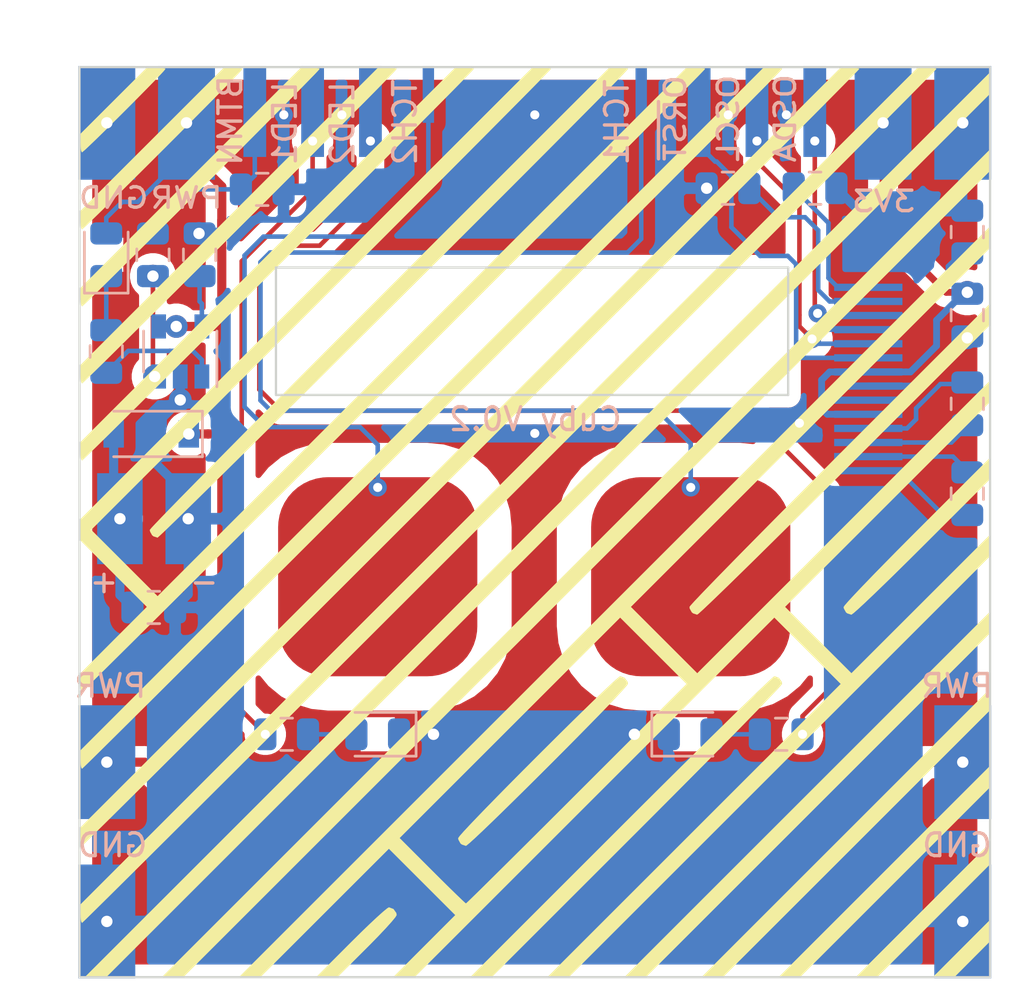
<source format=kicad_pcb>
(kicad_pcb (version 20171130) (host pcbnew "(5.1.4)-1")

  (general
    (thickness 1.6)
    (drawings 22)
    (tracks 208)
    (zones 0)
    (modules 39)
    (nets 25)
  )

  (page A4)
  (layers
    (0 F.Cu signal)
    (31 B.Cu signal)
    (32 B.Adhes user)
    (33 F.Adhes user)
    (34 B.Paste user)
    (35 F.Paste user)
    (36 B.SilkS user)
    (37 F.SilkS user)
    (38 B.Mask user)
    (39 F.Mask user)
    (40 Dwgs.User user)
    (41 Cmts.User user)
    (42 Eco1.User user)
    (43 Eco2.User user)
    (44 Edge.Cuts user)
    (45 Margin user)
    (46 B.CrtYd user)
    (47 F.CrtYd user)
    (48 B.Fab user)
    (49 F.Fab user)
  )

  (setup
    (last_trace_width 0.2)
    (user_trace_width 0.2)
    (user_trace_width 0.3)
    (user_trace_width 0.4)
    (trace_clearance 0.2)
    (zone_clearance 0.508)
    (zone_45_only no)
    (trace_min 0.2)
    (via_size 0.8)
    (via_drill 0.4)
    (via_min_size 0.4)
    (via_min_drill 0.3)
    (uvia_size 0.3)
    (uvia_drill 0.1)
    (uvias_allowed no)
    (uvia_min_size 0.2)
    (uvia_min_drill 0.1)
    (edge_width 0.1)
    (segment_width 0.2)
    (pcb_text_width 0.3)
    (pcb_text_size 1.5 1.5)
    (mod_edge_width 0.15)
    (mod_text_size 1 1)
    (mod_text_width 0.15)
    (pad_size 1.06 0.65)
    (pad_drill 0)
    (pad_to_mask_clearance 0)
    (aux_axis_origin 0 0)
    (grid_origin 150.5 115.5)
    (visible_elements 7FFFFFFF)
    (pcbplotparams
      (layerselection 0x00030_7ffffffe)
      (usegerberextensions false)
      (usegerberattributes false)
      (usegerberadvancedattributes false)
      (creategerberjobfile false)
      (excludeedgelayer true)
      (linewidth 0.100000)
      (plotframeref false)
      (viasonmask false)
      (mode 1)
      (useauxorigin true)
      (hpglpennumber 1)
      (hpglpenspeed 20)
      (hpglpendiameter 15.000000)
      (psnegative false)
      (psa4output false)
      (plotreference true)
      (plotvalue true)
      (plotinvisibletext false)
      (padsonsilk false)
      (subtractmaskfromsilk false)
      (outputformat 3)
      (mirror false)
      (drillshape 0)
      (scaleselection 1)
      (outputdirectory "Gerber/"))
  )

  (net 0 "")
  (net 1 GND)
  (net 2 +BATT)
  (net 3 "Net-(C3-Pad1)")
  (net 4 "Net-(C3-Pad2)")
  (net 5 "Net-(C4-Pad2)")
  (net 6 "Net-(C4-Pad1)")
  (net 7 +3V3)
  (net 8 "Net-(C6-Pad1)")
  (net 9 "Net-(C7-Pad2)")
  (net 10 VBUS)
  (net 11 "Net-(D2-Pad1)")
  (net 12 /BAT_MON)
  (net 13 /OLED_~RES)
  (net 14 /OLED_SCL)
  (net 15 /OLED_SDA)
  (net 16 "Net-(R3-Pad2)")
  (net 17 "Net-(R4-Pad1)")
  (net 18 "Net-(R5-Pad2)")
  (net 19 "Net-(D3-Pad2)")
  (net 20 "Net-(D4-Pad2)")
  (net 21 "Net-(H6-Pad1)")
  (net 22 "Net-(H14-Pad1)")
  (net 23 /T1)
  (net 24 /T2)

  (net_class Default "This is the default net class."
    (clearance 0.2)
    (trace_width 0.2)
    (via_dia 0.8)
    (via_drill 0.4)
    (uvia_dia 0.3)
    (uvia_drill 0.1)
    (add_net /BAT_MON)
    (add_net /OLED_SCL)
    (add_net /OLED_SDA)
    (add_net /OLED_~RES)
    (add_net "Net-(C3-Pad1)")
    (add_net "Net-(C3-Pad2)")
    (add_net "Net-(C4-Pad1)")
    (add_net "Net-(C4-Pad2)")
    (add_net "Net-(C6-Pad1)")
    (add_net "Net-(C7-Pad2)")
    (add_net "Net-(D2-Pad1)")
    (add_net "Net-(D3-Pad2)")
    (add_net "Net-(D4-Pad2)")
    (add_net "Net-(H14-Pad1)")
    (add_net "Net-(H6-Pad1)")
    (add_net "Net-(R3-Pad2)")
    (add_net "Net-(R4-Pad1)")
    (add_net "Net-(R5-Pad2)")
  )

  (net_class Power ""
    (clearance 0.3)
    (trace_width 0.4)
    (via_dia 1)
    (via_drill 0.5)
    (uvia_dia 0.3)
    (uvia_drill 0.1)
    (add_net +3V3)
    (add_net +BATT)
    (add_net GND)
    (add_net VBUS)
  )

  (net_class Touch ""
    (clearance 0.5)
    (trace_width 0.2)
    (via_dia 0.8)
    (via_drill 0.4)
    (uvia_dia 0.3)
    (uvia_drill 0.1)
    (add_net /T1)
    (add_net /T2)
  )

  (module Print:d3 (layer F.Cu) (tedit 0) (tstamp 5DE74E0A)
    (at 150.525 115.5)
    (path /5DED0901)
    (fp_text reference G1 (at 0 0) (layer F.SilkS) hide
      (effects (font (size 1.524 1.524) (thickness 0.3)))
    )
    (fp_text value Graphic (at 0.75 0) (layer F.SilkS) hide
      (effects (font (size 1.524 1.524) (thickness 0.3)))
    )
    (fp_poly (pts (xy 3.92521 6.846528) (xy 4.04948 7.020259) (xy 4.064 7.108149) (xy 4.005537 7.192858)
      (xy 3.83876 7.382877) (xy 3.576586 7.66529) (xy 3.231929 8.027182) (xy 2.817707 8.455639)
      (xy 2.346836 8.937745) (xy 1.832232 9.460587) (xy 1.286811 10.011247) (xy 0.72349 10.576813)
      (xy 0.155185 11.144369) (xy -0.405188 11.701) (xy -0.944712 12.233791) (xy -1.450472 12.729827)
      (xy -1.90955 13.176194) (xy -2.309032 13.559976) (xy -2.635999 13.868259) (xy -2.877537 14.088128)
      (xy -3.020729 14.206668) (xy -3.052612 14.224) (xy -3.225868 14.167751) (xy -3.285067 14.1224)
      (xy -3.375935 13.958615) (xy -3.386667 13.889184) (xy -3.328204 13.804475) (xy -3.161427 13.614456)
      (xy -2.899253 13.332043) (xy -2.554596 12.970151) (xy -2.140374 12.541694) (xy -1.669503 12.059588)
      (xy -1.154899 11.536746) (xy -0.609478 10.986086) (xy -0.046157 10.42052) (xy 0.522148 9.852964)
      (xy 1.082521 9.296333) (xy 1.622045 8.763542) (xy 2.127805 8.267506) (xy 2.586883 7.821139)
      (xy 2.986365 7.437357) (xy 3.313332 7.129074) (xy 3.55487 6.909205) (xy 3.698062 6.790665)
      (xy 3.729945 6.773333) (xy 3.92521 6.846528)) (layer F.SilkS) (width 0.01))
    (fp_poly (pts (xy -16.423082 -19.969176) (xy -16.278503 -19.938256) (xy -16.256 -19.917095) (xy -16.31358 -19.842244)
      (xy -16.474329 -19.667075) (xy -16.720257 -19.409569) (xy -17.033376 -19.087708) (xy -17.395697 -18.719472)
      (xy -17.789233 -18.322844) (xy -18.195993 -17.915804) (xy -18.597991 -17.516334) (xy -18.977236 -17.142416)
      (xy -19.315741 -16.812031) (xy -19.595518 -16.54316) (xy -19.798576 -16.353784) (xy -19.906929 -16.261886)
      (xy -19.918555 -16.256) (xy -19.955126 -16.331965) (xy -19.977756 -16.525258) (xy -19.981333 -16.659074)
      (xy -19.981333 -17.062148) (xy -18.519951 -18.521741) (xy -17.058569 -19.981333) (xy -16.657284 -19.981333)
      (xy -16.423082 -19.969176)) (layer F.SilkS) (width 0.01))
    (fp_poly (pts (xy -13.036723 -19.969257) (xy -12.891957 -19.938538) (xy -12.869333 -19.917451) (xy -12.92742 -19.846719)
      (xy -13.093109 -19.669832) (xy -13.353543 -19.399645) (xy -13.695866 -19.049014) (xy -14.107221 -18.630794)
      (xy -14.574751 -18.157839) (xy -15.0856 -17.643007) (xy -15.626911 -17.099151) (xy -16.185827 -16.539127)
      (xy -16.749492 -15.975791) (xy -17.305049 -15.421997) (xy -17.839641 -14.890602) (xy -18.340411 -14.394459)
      (xy -18.794504 -13.946426) (xy -19.189061 -13.559356) (xy -19.511227 -13.246105) (xy -19.748145 -13.019529)
      (xy -19.886958 -12.892483) (xy -19.918212 -12.869333) (xy -19.955001 -12.945293) (xy -19.977752 -13.138548)
      (xy -19.981333 -13.271924) (xy -19.981333 -13.674514) (xy -16.827082 -16.827924) (xy -13.672831 -19.981333)
      (xy -13.271082 -19.981333) (xy -13.036723 -19.969257)) (layer F.SilkS) (width 0.01))
    (fp_poly (pts (xy -9.650151 -19.969284) (xy -9.505328 -19.938634) (xy -9.482667 -19.917575) (xy -9.541021 -19.848749)
      (xy -9.709061 -19.671206) (xy -9.97625 -19.395483) (xy -10.332054 -19.032114) (xy -10.765935 -18.591635)
      (xy -11.26736 -18.08458) (xy -11.825792 -17.521485) (xy -12.430696 -16.912885) (xy -13.071536 -16.269314)
      (xy -13.737777 -15.601308) (xy -14.418882 -14.919402) (xy -15.104318 -14.23413) (xy -15.783547 -13.556029)
      (xy -16.446034 -12.895632) (xy -17.081244 -12.263476) (xy -17.678641 -11.670094) (xy -18.22769 -11.126023)
      (xy -18.717855 -10.641797) (xy -19.1386 -10.227951) (xy -19.479391 -9.895021) (xy -19.72969 -9.65354)
      (xy -19.878963 -9.514046) (xy -19.91809 -9.482667) (xy -19.954956 -9.558625) (xy -19.97775 -9.751868)
      (xy -19.981333 -9.88511) (xy -19.981333 -10.287552) (xy -15.133893 -15.134443) (xy -10.286453 -19.981333)
      (xy -9.88456 -19.981333) (xy -9.650151 -19.969284)) (layer F.SilkS) (width 0.01))
    (fp_poly (pts (xy -6.263531 -19.969298) (xy -6.11868 -19.938683) (xy -6.096 -19.917639) (xy -6.154527 -19.849969)
      (xy -6.324014 -19.672068) (xy -6.59532 -19.393077) (xy -6.959305 -19.022135) (xy -7.406828 -18.568384)
      (xy -7.928747 -18.040964) (xy -8.515923 -17.449015) (xy -9.159215 -16.801677) (xy -9.849482 -16.108092)
      (xy -10.577582 -15.377399) (xy -11.334376 -14.61874) (xy -12.110723 -13.841254) (xy -12.897482 -13.054083)
      (xy -13.685511 -12.266366) (xy -14.465672 -11.487244) (xy -15.228822 -10.725858) (xy -15.96582 -9.991348)
      (xy -16.667528 -9.292854) (xy -17.324802 -8.639518) (xy -17.928504 -8.040479) (xy -18.469491 -7.504878)
      (xy -18.938624 -7.041855) (xy -19.326761 -6.660552) (xy -19.624762 -6.370108) (xy -19.823486 -6.179664)
      (xy -19.913792 -6.09836) (xy -19.918027 -6.096) (xy -19.954933 -6.171957) (xy -19.977749 -6.365195)
      (xy -19.981333 -6.498372) (xy -19.981333 -6.900743) (xy -13.44063 -13.441038) (xy -6.899926 -19.981333)
      (xy -6.497963 -19.981333) (xy -6.263531 -19.969298)) (layer F.SilkS) (width 0.01))
    (fp_poly (pts (xy -2.876892 -19.969307) (xy -2.732024 -19.938713) (xy -2.709333 -19.917677) (xy -2.767984 -19.850806)
      (xy -2.938477 -19.672675) (xy -3.21263 -19.391469) (xy -3.582257 -19.015372) (xy -4.039174 -18.552569)
      (xy -4.575196 -18.011244) (xy -5.182138 -17.399583) (xy -5.851815 -16.725769) (xy -6.576043 -15.997987)
      (xy -7.346637 -15.224422) (xy -8.155413 -14.413258) (xy -8.994185 -13.57268) (xy -9.854769 -12.710873)
      (xy -10.72898 -11.83602) (xy -11.608633 -10.956307) (xy -12.485545 -10.079918) (xy -13.351529 -9.215038)
      (xy -14.198402 -8.369851) (xy -15.017979 -7.552542) (xy -15.802074 -6.771295) (xy -16.542504 -6.034295)
      (xy -17.231083 -5.349726) (xy -17.859627 -4.725774) (xy -18.419951 -4.170622) (xy -18.903871 -3.692455)
      (xy -19.303201 -3.299458) (xy -19.609757 -2.999815) (xy -19.815355 -2.801711) (xy -19.911809 -2.71333)
      (xy -19.917989 -2.709333) (xy -19.954919 -2.78529) (xy -19.977748 -2.978524) (xy -19.981333 -3.111663)
      (xy -19.981333 -3.513992) (xy -11.747338 -11.747663) (xy -3.513343 -19.981333) (xy -3.111338 -19.981333)
      (xy -2.876892 -19.969307)) (layer F.SilkS) (width 0.01))
    (fp_poly (pts (xy 3.896422 -19.969312) (xy 4.041302 -19.938732) (xy 4.064 -19.917703) (xy 4.005096 -19.847455)
      (xy 3.833382 -19.665513) (xy 3.556353 -19.379346) (xy 3.181504 -18.996426) (xy 2.71633 -18.524222)
      (xy 2.168326 -17.970205) (xy 1.544987 -17.341845) (xy 0.853809 -16.646614) (xy 0.102286 -15.891981)
      (xy -0.702086 -15.085417) (xy -1.551812 -14.234392) (xy -2.439397 -13.346377) (xy -3.357346 -12.428842)
      (xy -4.298164 -11.489259) (xy -5.254356 -10.535096) (xy -6.218426 -9.573825) (xy -7.182879 -8.612917)
      (xy -8.140221 -7.659841) (xy -9.082956 -6.722068) (xy -10.003589 -5.807068) (xy -10.894624 -4.922313)
      (xy -11.748568 -4.075272) (xy -12.557924 -3.273417) (xy -13.315197 -2.524217) (xy -14.012893 -1.835142)
      (xy -14.643516 -1.213664) (xy -15.199571 -0.667253) (xy -15.673563 -0.203379) (xy -16.057997 0.170486)
      (xy -16.345377 0.446874) (xy -16.52821 0.618313) (xy -16.598998 0.677333) (xy -16.59903 0.677333)
      (xy -16.772529 0.621072) (xy -16.831733 0.575733) (xy -16.922595 0.41211) (xy -16.933333 0.342767)
      (xy -16.874409 0.269655) (xy -16.701758 0.083247) (xy -16.421566 -0.210191) (xy -16.04002 -0.604394)
      (xy -15.563304 -1.093094) (xy -14.997605 -1.670027) (xy -14.349107 -2.328927) (xy -13.623996 -3.063527)
      (xy -12.828458 -3.867562) (xy -11.968678 -4.734767) (xy -11.050842 -5.658874) (xy -10.081135 -6.633619)
      (xy -9.065743 -7.652736) (xy -8.010851 -8.709958) (xy -6.922645 -9.79902) (xy -6.836701 -9.884966)
      (xy 3.259931 -19.981333) (xy 3.661965 -19.981333) (xy 3.896422 -19.969312)) (layer F.SilkS) (width 0.01))
    (fp_poly (pts (xy 19.981333 -1.904106) (xy 16.996392 1.079947) (xy 16.407287 1.666325) (xy 15.851589 2.214535)
      (xy 15.341237 2.713143) (xy 14.888168 3.150716) (xy 14.504322 3.515821) (xy 14.201636 3.797023)
      (xy 13.992049 3.982888) (xy 13.887498 4.061983) (xy 13.880659 4.064) (xy 13.707464 4.007755)
      (xy 13.648267 3.9624) (xy 13.557397 3.798592) (xy 13.546667 3.729149) (xy 13.60498 3.645909)
      (xy 13.772582 3.454955) (xy 14.03846 3.167745) (xy 14.391603 2.795737) (xy 14.821003 2.35039)
      (xy 15.315647 1.843161) (xy 15.864525 1.28551) (xy 16.456626 0.688894) (xy 16.764 0.381)
      (xy 19.981333 -2.835498) (xy 19.981333 -1.904106)) (layer F.SilkS) (width 0.01))
    (fp_poly (pts (xy 19.981333 -8.677913) (xy 13.609958 -2.306957) (xy 12.745301 -1.443564) (xy 11.912804 -0.614637)
      (xy 11.120422 0.172031) (xy 10.376114 0.908642) (xy 9.687835 1.5874) (xy 9.063543 2.200509)
      (xy 8.511195 2.740173) (xy 8.038747 3.198596) (xy 7.654157 3.567982) (xy 7.365382 3.840534)
      (xy 7.180379 4.008457) (xy 7.107558 4.064) (xy 6.934136 4.007743) (xy 6.874933 3.9624)
      (xy 6.78407 3.79873) (xy 6.773333 3.729363) (xy 6.83206 3.653139) (xy 7.003135 3.465257)
      (xy 7.2789 3.173526) (xy 7.6517 2.785755) (xy 8.113876 2.309753) (xy 8.657772 1.75333)
      (xy 9.27573 1.124295) (xy 9.960093 0.430456) (xy 10.703203 -0.320377) (xy 11.497404 -1.120395)
      (xy 12.335037 -1.961788) (xy 13.208447 -2.836749) (xy 13.377333 -3.005667) (xy 19.981333 -9.60926)
      (xy 19.981333 -8.677913)) (layer F.SilkS) (width 0.01))
    (fp_poly (pts (xy 0.509757 -19.969362) (xy 0.654636 -19.938908) (xy 0.677333 -19.917966) (xy 0.618454 -19.852243)
      (xy 0.445934 -19.673082) (xy 0.165952 -19.386702) (xy -0.215313 -18.999319) (xy -0.691683 -18.517151)
      (xy -1.256979 -17.946415) (xy -1.905023 -17.293329) (xy -2.629637 -16.56411) (xy -3.424642 -15.764976)
      (xy -4.28386 -14.902143) (xy -5.201111 -13.981829) (xy -6.170219 -13.010252) (xy -7.185003 -11.993629)
      (xy -8.239287 -10.938177) (xy -9.32689 -9.850115) (xy -9.418947 -9.758053) (xy -19.515227 0.338493)
      (xy -18.054851 1.798868) (xy -16.594476 3.259244) (xy -4.973956 -8.361045) (xy 6.646563 -19.981333)
      (xy 7.048615 -19.981333) (xy 7.283077 -19.969319) (xy 7.427964 -19.938756) (xy 7.450667 -19.917735)
      (xy 7.391787 -19.852297) (xy 7.219469 -19.673786) (xy 6.940195 -19.388684) (xy 6.560444 -19.003472)
      (xy 6.0867 -18.524631) (xy 5.525442 -17.958643) (xy 4.883152 -17.311988) (xy 4.166312 -16.591148)
      (xy 3.381403 -15.802605) (xy 2.534906 -14.952839) (xy 1.633302 -14.048332) (xy 0.683073 -13.095564)
      (xy -0.3093 -12.101018) (xy -1.337336 -11.071174) (xy -2.394553 -10.012514) (xy -3.474471 -8.931519)
      (xy -4.570607 -7.83467) (xy -5.676481 -6.728449) (xy -6.785611 -5.619336) (xy -7.891517 -4.513812)
      (xy -8.987716 -3.41836) (xy -10.067727 -2.339461) (xy -11.12507 -1.283595) (xy -12.153263 -0.257244)
      (xy -13.145824 0.733112) (xy -14.096272 1.680989) (xy -14.998127 2.579909) (xy -15.844906 3.423388)
      (xy -16.630129 4.204947) (xy -17.347314 4.918103) (xy -17.98998 5.556375) (xy -18.551645 6.113283)
      (xy -19.025828 6.582345) (xy -19.406049 6.95708) (xy -19.685825 7.231006) (xy -19.858676 7.397642)
      (xy -19.917931 7.450667) (xy -19.954935 7.374722) (xy -19.977778 7.181567) (xy -19.981333 7.049382)
      (xy -19.981333 6.648098) (xy -18.521741 5.186716) (xy -17.062148 3.725333) (xy -18.521741 2.263951)
      (xy -19.981333 0.802568) (xy -19.981333 -0.12727) (xy -10.054032 -10.054302) (xy -0.126731 -19.981333)
      (xy 0.275301 -19.981333) (xy 0.509757 -19.969362)) (layer F.SilkS) (width 0.01))
    (fp_poly (pts (xy 10.669727 -19.969322) (xy 10.814624 -19.938765) (xy 10.837333 -19.917746) (xy 10.778402 -19.85262)
      (xy 10.605685 -19.674032) (xy 10.325293 -19.388095) (xy 9.943339 -19.000921) (xy 9.465936 -18.518623)
      (xy 8.899196 -17.947313) (xy 8.249232 -17.293104) (xy 7.522156 -16.562109) (xy 6.724081 -15.760439)
      (xy 5.861118 -14.894207) (xy 4.939382 -13.969525) (xy 3.964984 -12.992507) (xy 2.944036 -11.969264)
      (xy 1.882651 -10.905909) (xy 0.786942 -9.808555) (xy -0.336979 -8.683313) (xy -1.482999 -7.536297)
      (xy -2.645006 -6.373618) (xy -3.816887 -5.20139) (xy -4.992531 -4.025724) (xy -6.165824 -2.852734)
      (xy -7.330654 -1.688531) (xy -8.480908 -0.539228) (xy -9.610474 0.589062) (xy -10.71324 1.690228)
      (xy -11.783092 2.758155) (xy -12.813919 3.786734) (xy -13.799609 4.769849) (xy -14.734047 5.70139)
      (xy -15.611123 6.575244) (xy -16.424723 7.385298) (xy -17.168735 8.125439) (xy -17.837046 8.789556)
      (xy -18.423545 9.371536) (xy -18.922118 9.865267) (xy -19.326653 10.264635) (xy -19.631038 10.563529)
      (xy -19.82916 10.755836) (xy -19.914906 10.835444) (xy -19.917921 10.837333) (xy -19.954893 10.761378)
      (xy -19.977746 10.568149) (xy -19.981333 10.435077) (xy -19.981333 10.032821) (xy -4.974078 -4.974256)
      (xy 10.033178 -19.981333) (xy 10.435256 -19.981333) (xy 10.669727 -19.969322)) (layer F.SilkS) (width 0.01))
    (fp_poly (pts (xy 14.056387 -19.969324) (xy 14.201288 -19.938772) (xy 14.224 -19.917755) (xy 14.165025 -19.852893)
      (xy 13.991967 -19.674241) (xy 13.710627 -19.387599) (xy 13.326805 -18.998768) (xy 12.8463 -18.513547)
      (xy 12.274913 -17.937737) (xy 11.618445 -17.277139) (xy 10.882696 -16.537551) (xy 10.073465 -15.724775)
      (xy 9.196554 -14.844611) (xy 8.257762 -13.902858) (xy 7.262889 -12.905318) (xy 6.217736 -11.85779)
      (xy 5.128104 -10.766075) (xy 3.999792 -9.635973) (xy 2.8386 -8.473283) (xy 1.650329 -7.283807)
      (xy 0.44078 -6.073344) (xy -0.784249 -4.847695) (xy -2.018955 -3.612659) (xy -3.25754 -2.374038)
      (xy -4.494203 -1.137631) (xy -5.723144 0.090761) (xy -6.938562 1.305338) (xy -8.134657 2.500301)
      (xy -9.305629 3.669849) (xy -10.445678 4.808181) (xy -11.549004 5.909497) (xy -12.609806 6.967998)
      (xy -13.622283 7.977882) (xy -14.580637 8.93335) (xy -15.479066 9.828602) (xy -16.31177 10.657837)
      (xy -17.072949 11.415255) (xy -17.756803 12.095056) (xy -18.357532 12.69144) (xy -18.869334 13.198606)
      (xy -19.286411 13.610754) (xy -19.602962 13.922085) (xy -19.813186 14.126797) (xy -19.911284 14.21909)
      (xy -19.917912 14.224) (xy -19.95489 14.148045) (xy -19.977746 13.954816) (xy -19.981333 13.821753)
      (xy -19.981333 13.419506) (xy -3.280753 -3.280914) (xy 13.419827 -19.981333) (xy 13.821913 -19.981333)
      (xy 14.056387 -19.969324)) (layer F.SilkS) (width 0.01))
    (fp_poly (pts (xy 17.442952 -19.969329) (xy 17.587915 -19.938791) (xy 17.610667 -19.917762) (xy 17.551654 -19.853128)
      (xy 17.378302 -19.674422) (xy 17.096144 -19.387176) (xy 16.71071 -18.99692) (xy 16.227532 -18.509186)
      (xy 15.652141 -17.929506) (xy 14.99007 -17.26341) (xy 14.246848 -16.516431) (xy 13.428008 -15.6941)
      (xy 12.539081 -14.801947) (xy 11.585598 -13.845506) (xy 10.573092 -12.830306) (xy 9.507092 -11.761879)
      (xy 8.393132 -10.645758) (xy 7.236741 -9.487472) (xy 6.043453 -8.292554) (xy 4.818797 -7.066535)
      (xy 3.568306 -5.814946) (xy 2.29751 -4.543319) (xy 1.011942 -3.257186) (xy -0.282867 -1.962077)
      (xy -1.581386 -0.663523) (xy -2.878083 0.632942) (xy -4.167428 1.921789) (xy -5.443888 3.197486)
      (xy -6.701932 4.454501) (xy -7.936029 5.687303) (xy -9.140647 6.89036) (xy -10.310254 8.058142)
      (xy -11.439321 9.185117) (xy -12.522314 10.265752) (xy -13.553703 11.294518) (xy -14.527955 12.265882)
      (xy -15.439541 13.174314) (xy -16.282928 14.014281) (xy -17.052584 14.780252) (xy -17.742979 15.466696)
      (xy -18.348581 16.068082) (xy -18.863859 16.578878) (xy -19.283281 16.993552) (xy -19.601315 17.306574)
      (xy -19.812431 17.512412) (xy -19.911096 17.605534) (xy -19.917905 17.610667) (xy -19.954893 17.534713)
      (xy -19.977751 17.341496) (xy -19.981333 17.208573) (xy -19.981333 16.806479) (xy 16.806187 -19.981333)
      (xy 17.208427 -19.981333) (xy 17.442952 -19.969329)) (layer F.SilkS) (width 0.01))
    (fp_poly (pts (xy 19.965098 17.962107) (xy 19.991197 18.401913) (xy 19.20477 19.191623) (xy 18.418344 19.981333)
      (xy 17.485857 19.981333) (xy 18.712428 18.751817) (xy 19.939 17.5223) (xy 19.965098 17.962107)) (layer F.SilkS) (width 0.01))
    (fp_poly (pts (xy 19.965134 14.57712) (xy 19.991269 15.017334) (xy 17.510339 17.499334) (xy 15.02941 19.981333)
      (xy 14.09792 19.981333) (xy 17.01846 17.05912) (xy 19.939 14.136906) (xy 19.965134 14.57712)) (layer F.SilkS) (width 0.01))
    (fp_poly (pts (xy 19.965142 11.190828) (xy 19.991283 11.63108) (xy 15.816796 15.806206) (xy 11.642308 19.981333)
      (xy 10.710916 19.981333) (xy 19.939 10.750577) (xy 19.965142 11.190828)) (layer F.SilkS) (width 0.01))
    (fp_poly (pts (xy 19.99129 8.244589) (xy 14.123373 14.112961) (xy 8.255457 19.981333) (xy 7.324093 19.981333)
      (xy 13.631546 13.6727) (xy 19.939 7.364067) (xy 19.99129 8.244589)) (layer F.SilkS) (width 0.01))
    (fp_poly (pts (xy 19.965146 4.417755) (xy 19.991293 4.85802) (xy 12.42999 12.419677) (xy 4.868688 19.981333)
      (xy 3.937336 19.981333) (xy 11.938168 11.979412) (xy 19.939 3.97749) (xy 19.965146 4.417755)) (layer F.SilkS) (width 0.01))
    (fp_poly (pts (xy 10.69849 6.84654) (xy 10.822894 7.020362) (xy 10.837333 7.107977) (xy 10.778625 7.184494)
      (xy 10.607698 7.372513) (xy 10.332349 7.664074) (xy 9.960375 8.051221) (xy 9.499572 8.525998)
      (xy 8.957737 9.080446) (xy 8.342667 9.706609) (xy 7.66216 10.396531) (xy 6.92401 11.142253)
      (xy 6.136016 11.935818) (xy 5.305973 12.769271) (xy 4.465958 13.610377) (xy -1.905418 19.981333)
      (xy -2.835926 19.981333) (xy 3.767667 13.377333) (xy 4.648107 12.498008) (xy 5.49646 11.653007)
      (xy 6.304916 10.84999) (xy 7.065668 10.096611) (xy 7.770905 9.40053) (xy 8.412819 8.769402)
      (xy 8.983599 8.210886) (xy 9.475438 7.732639) (xy 9.880525 7.342317) (xy 10.191053 7.047578)
      (xy 10.399211 6.85608) (xy 10.49719 6.775479) (xy 10.502696 6.773333) (xy 10.69849 6.84654)) (layer F.SilkS) (width 0.01))
    (fp_poly (pts (xy -6.23481 17.006605) (xy -6.11037 17.180932) (xy -6.096 17.268791) (xy -6.153672 17.365369)
      (xy -6.314975 17.560861) (xy -6.562338 17.835925) (xy -6.878192 18.171221) (xy -7.244966 18.547408)
      (xy -7.38816 18.691191) (xy -8.680319 19.981333) (xy -9.607903 19.981333) (xy -8.085667 18.457333)
      (xy -7.666119 18.042315) (xy -7.280447 17.67031) (xy -6.94616 17.357449) (xy -6.68077 17.119864)
      (xy -6.50179 16.973686) (xy -6.431316 16.933333) (xy -6.23481 17.006605)) (layer F.SilkS) (width 0.01))
    (fp_poly (pts (xy 19.965147 -12.515485) (xy 19.991293 -12.075299) (xy 12.091385 -4.175051) (xy 4.191476 3.725196)
      (xy 7.112098 6.645818) (xy 13.546715 0.211618) (xy 19.981333 -6.222582) (xy 19.981333 -5.292255)
      (xy 10.964937 3.725323) (xy 13.885199 6.645585) (xy 19.981333 0.551215) (xy 19.981333 1.481956)
      (xy 10.731356 10.731645) (xy 1.481378 19.981333) (xy 0.550751 19.981333) (xy 6.984951 13.546715)
      (xy 13.419151 7.112098) (xy 11.95884 5.651787) (xy 10.49853 4.191476) (xy 2.603262 12.086405)
      (xy -5.292005 19.981333) (xy -6.221015 19.981333) (xy -4.867991 18.626323) (xy -3.514967 17.271314)
      (xy -4.974733 15.811547) (xy -6.4345 14.351781) (xy -12.065934 19.981333) (xy -12.99617 19.981333)
      (xy -6.899668 13.884491) (xy -5.967973 13.884491) (xy -4.530087 15.324245) (xy -4.127208 15.725911)
      (xy -3.764292 16.084419) (xy -3.458258 16.383325) (xy -3.226026 16.606187) (xy -3.084515 16.736562)
      (xy -3.048656 16.764) (xy -2.983463 16.705558) (xy -2.807682 16.536194) (xy -2.530334 16.26485)
      (xy -2.16044 15.900466) (xy -1.707021 15.451985) (xy -1.179098 14.928348) (xy -0.585693 14.338496)
      (xy 0.064173 13.691371) (xy 0.761479 12.995915) (xy 1.497204 12.261069) (xy 1.820319 11.938014)
      (xy 6.645748 7.112028) (xy 5.185433 5.651714) (xy 3.725119 4.191399) (xy -5.967973 13.884491)
      (xy -6.899668 13.884491) (xy 19.939 -12.955671) (xy 19.965147 -12.515485)) (layer F.SilkS) (width 0.01))
    (fp_poly (pts (xy 19.9913 -15.461785) (xy 2.269892 2.259774) (xy -15.451515 19.981333) (xy -16.382852 19.981333)
      (xy 19.939 -16.342323) (xy 19.9913 -15.461785)) (layer F.SilkS) (width 0.01))
    (fp_poly (pts (xy 19.9913 -18.848439) (xy 0.576552 0.566447) (xy -18.838195 19.981333) (xy -19.769531 19.981333)
      (xy 0.084734 0.126178) (xy 19.939 -19.728977) (xy 19.9913 -18.848439)) (layer F.SilkS) (width 0.01))
  )

  (module Custom:Touch_Pad (layer F.Cu) (tedit 5DE6C5E9) (tstamp 5DDAE589)
    (at 157.35 117.9)
    (path /5E1B09F5)
    (fp_text reference H16 (at 0 8.775) (layer F.Fab)
      (effects (font (size 1 1) (thickness 0.15)))
    )
    (fp_text value PAD1 (at 0 -6.15) (layer F.Fab)
      (effects (font (size 1 1) (thickness 0.15)))
    )
    (pad 1 smd roundrect (at 0 0) (size 8.75 8.75) (layers F.Cu) (roundrect_rratio 0.25)
      (net 23 /T1) (clearance 1.5))
  )

  (module Custom:Touch_Pad (layer F.Cu) (tedit 5DE6C5E9) (tstamp 5DDAE6AB)
    (at 143.6 117.9)
    (path /5E1B159E)
    (fp_text reference H18 (at 0 6.2) (layer F.Fab)
      (effects (font (size 1 1) (thickness 0.15)))
    )
    (fp_text value PAD2 (at 0 -6.15) (layer F.Fab)
      (effects (font (size 1 1) (thickness 0.15)))
    )
    (pad 1 smd roundrect (at 0 0) (size 8.75 8.75) (layers F.Cu) (roundrect_rratio 0.25)
      (net 24 /T2) (clearance 1.5))
  )

  (module LED_SMD:LED_0805_2012Metric (layer B.Cu) (tedit 5B36C52C) (tstamp 5DE572B9)
    (at 131.675 103.75 90)
    (descr "LED SMD 0805 (2012 Metric), square (rectangular) end terminal, IPC_7351 nominal, (Body size source: https://docs.google.com/spreadsheets/d/1BsfQQcO9C6DZCsRaXUlFlo91Tg2WpOkGARC1WS5S8t0/edit?usp=sharing), generated with kicad-footprint-generator")
    (tags diode)
    (path /5D16DD5D)
    (attr smd)
    (fp_text reference D2 (at 0 1.65 90) (layer B.Fab)
      (effects (font (size 1 1) (thickness 0.15)) (justify mirror))
    )
    (fp_text value ORANGE (at 0 -1.65 90) (layer B.Fab)
      (effects (font (size 1 1) (thickness 0.15)) (justify mirror))
    )
    (fp_text user %R (at 0 0 90) (layer B.Fab)
      (effects (font (size 0.5 0.5) (thickness 0.08)) (justify mirror))
    )
    (fp_line (start 1.68 -0.95) (end -1.68 -0.95) (layer B.CrtYd) (width 0.05))
    (fp_line (start 1.68 0.95) (end 1.68 -0.95) (layer B.CrtYd) (width 0.05))
    (fp_line (start -1.68 0.95) (end 1.68 0.95) (layer B.CrtYd) (width 0.05))
    (fp_line (start -1.68 -0.95) (end -1.68 0.95) (layer B.CrtYd) (width 0.05))
    (fp_line (start -1.685 -0.96) (end 1 -0.96) (layer B.SilkS) (width 0.12))
    (fp_line (start -1.685 0.96) (end -1.685 -0.96) (layer B.SilkS) (width 0.12))
    (fp_line (start 1 0.96) (end -1.685 0.96) (layer B.SilkS) (width 0.12))
    (fp_line (start 1 -0.6) (end 1 0.6) (layer B.Fab) (width 0.1))
    (fp_line (start -1 -0.6) (end 1 -0.6) (layer B.Fab) (width 0.1))
    (fp_line (start -1 0.3) (end -1 -0.6) (layer B.Fab) (width 0.1))
    (fp_line (start -0.7 0.6) (end -1 0.3) (layer B.Fab) (width 0.1))
    (fp_line (start 1 0.6) (end -0.7 0.6) (layer B.Fab) (width 0.1))
    (pad 2 smd roundrect (at 0.9375 0 90) (size 0.975 1.4) (layers B.Cu B.Paste B.Mask) (roundrect_rratio 0.25)
      (net 10 VBUS))
    (pad 1 smd roundrect (at -0.9375 0 90) (size 0.975 1.4) (layers B.Cu B.Paste B.Mask) (roundrect_rratio 0.25)
      (net 11 "Net-(D2-Pad1)"))
    (model ${KISYS3DMOD}/LED_SMD.3dshapes/LED_0805_2012Metric.wrl
      (at (xyz 0 0 0))
      (scale (xyz 1 1 1))
      (rotate (xyz 0 0 0))
    )
  )

  (module Custom:Mounting_Pad_Power (layer B.Cu) (tedit 5D7A81B3) (tstamp 5D7BEFF1)
    (at 165.8 97.95)
    (path /5D7C1B62)
    (fp_text reference H7 (at 0 -3.9) (layer B.Fab)
      (effects (font (size 0.9 1) (thickness 0.15)) (justify mirror))
    )
    (fp_text value 3V3 (at 0.025 3.45 180) (layer B.SilkS)
      (effects (font (size 0.9 1) (thickness 0.15)) (justify mirror))
    )
    (pad 1 smd rect (at 0 0) (size 2.5 5) (layers B.Cu B.Paste B.Mask)
      (net 7 +3V3))
  )

  (module Custom:Conn_Bat (layer B.Cu) (tedit 5D7B7328) (tstamp 5DDABDEA)
    (at 133.775 117.32)
    (path /5D189E7A)
    (fp_text reference J1 (at 3.6 -3.27 90) (layer B.Fab)
      (effects (font (size 0.9 1) (thickness 0.15)) (justify mirror))
    )
    (fp_text value Conn_01x02_Male (at 0 1.16) (layer B.Fab)
      (effects (font (size 0.9 1) (thickness 0.15)) (justify mirror))
    )
    (pad 2 smd rect (at 1.5 -1.97) (size 2 4) (layers B.Cu B.Paste B.Mask)
      (net 1 GND))
    (pad 1 smd rect (at -1.5 -1.97) (size 2 4) (layers B.Cu B.Paste B.Mask)
      (net 2 +BATT))
  )

  (module Custom:SSD1306_OLED (layer B.Cu) (tedit 5D7B6AF4) (tstamp 5D7BFC76)
    (at 165.15 113.24 180)
    (path /5D7656B4)
    (fp_text reference U3 (at -0.1 -1.01 180) (layer B.Fab)
      (effects (font (size 0.9 1) (thickness 0.15)) (justify mirror))
    )
    (fp_text value SSD1306 (at -2.4 4.2 270) (layer B.Fab)
      (effects (font (size 0.9 1) (thickness 0.15)) (justify mirror))
    )
    (fp_line (start 1.5 8.53) (end -2 8.53) (layer B.Fab) (width 0.12))
    (fp_line (start 1.5 -0.47) (end -2 -0.47) (layer B.Fab) (width 0.12))
    (fp_line (start 1.5 8.53) (end 1.5 -0.47) (layer B.Fab) (width 0.12))
    (fp_text user 14 (at 2.45 8.42) (layer B.Fab)
      (effects (font (size 1 1) (thickness 0.15)) (justify mirror))
    )
    (fp_text user 1 (at 2.04 -0.46) (layer B.Fab)
      (effects (font (size 1 1) (thickness 0.15)) (justify mirror))
    )
    (pad 14 smd rect (at 0 8.06 180) (size 3 0.32) (layers B.Cu B.Paste B.Mask)
      (net 9 "Net-(C7-Pad2)"))
    (pad 13 smd rect (at 0 7.44 180) (size 3 0.32) (layers B.Cu B.Paste B.Mask)
      (net 8 "Net-(C6-Pad1)"))
    (pad 12 smd rect (at 0 6.82 180) (size 3 0.32) (layers B.Cu B.Paste B.Mask)
      (net 18 "Net-(R5-Pad2)"))
    (pad 11 smd rect (at 0 6.2 180) (size 3 0.32) (layers B.Cu B.Paste B.Mask)
      (net 15 /OLED_SDA))
    (pad 10 smd rect (at 0 5.58 180) (size 3 0.32) (layers B.Cu B.Paste B.Mask)
      (net 14 /OLED_SCL))
    (pad 9 smd rect (at 0 4.96 180) (size 3 0.32) (layers B.Cu B.Paste B.Mask)
      (net 13 /OLED_~RES))
    (pad 8 smd rect (at 0 4.34 180) (size 3 0.32) (layers B.Cu B.Paste B.Mask)
      (net 7 +3V3))
    (pad 7 smd rect (at 0 3.72 180) (size 3 0.32) (layers B.Cu B.Paste B.Mask)
      (net 1 GND))
    (pad 6 smd rect (at 0 3.1 180) (size 3 0.32) (layers B.Cu B.Paste B.Mask))
    (pad 5 smd rect (at 0 2.48 180) (size 3 0.32) (layers B.Cu B.Paste B.Mask)
      (net 7 +3V3))
    (pad 4 smd rect (at 0 1.86 180) (size 3 0.32) (layers B.Cu B.Paste B.Mask)
      (net 5 "Net-(C4-Pad2)"))
    (pad 3 smd rect (at 0 1.24 180) (size 3 0.32) (layers B.Cu B.Paste B.Mask)
      (net 6 "Net-(C4-Pad1)"))
    (pad 2 smd rect (at 0 0.62 180) (size 3 0.32) (layers B.Cu B.Paste B.Mask)
      (net 4 "Net-(C3-Pad2)"))
    (pad 1 smd rect (at 0 0 180) (size 3 0.32) (layers B.Cu B.Paste B.Mask)
      (net 3 "Net-(C3-Pad1)"))
  )

  (module Custom:Mounting_Pad_Signal (layer B.Cu) (tedit 5D7A81A8) (tstamp 5D950201)
    (at 157.72 97.45)
    (path /5D7FD764)
    (fp_text reference H3 (at 0 -3.3) (layer B.Fab)
      (effects (font (size 0.9 1) (thickness 0.15)) (justify mirror))
    )
    (fp_text value O~RST (at -1.045 0.3 90) (layer B.SilkS)
      (effects (font (size 0.9 1) (thickness 0.15)) (justify mirror))
    )
    (pad 1 smd rect (at 0 0) (size 1 4) (layers B.Cu B.Paste B.Mask)
      (net 13 /OLED_~RES))
  )

  (module Custom:Mounting_Pad_Signal (layer B.Cu) (tedit 5D7A81A8) (tstamp 5D7BEFE2)
    (at 160.26 97.45)
    (path /5D7FDA61)
    (fp_text reference H4 (at 0 -3.3) (layer B.Fab)
      (effects (font (size 0.9 1) (thickness 0.15)) (justify mirror))
    )
    (fp_text value OSCL (at -1.26 0.3 90) (layer B.SilkS)
      (effects (font (size 0.9 1) (thickness 0.15)) (justify mirror))
    )
    (pad 1 smd rect (at 0 0) (size 1 4) (layers B.Cu B.Paste B.Mask)
      (net 14 /OLED_SCL))
  )

  (module Custom:Mounting_Pad_Signal (layer B.Cu) (tedit 5D7A81A8) (tstamp 5D879836)
    (at 162.8 97.45)
    (path /5D7FDC46)
    (fp_text reference H5 (at 0 -3.3 180) (layer B.Fab)
      (effects (font (size 0.9 1) (thickness 0.15)) (justify mirror))
    )
    (fp_text value OSDA (at -1.3 0.3 270) (layer B.SilkS)
      (effects (font (size 0.9 1) (thickness 0.15)) (justify mirror))
    )
    (pad 1 smd rect (at 0 0) (size 1 4) (layers B.Cu B.Paste B.Mask)
      (net 15 /OLED_SDA))
  )

  (module Custom:Mounting_Pad_Power (layer B.Cu) (tedit 5D7A81B3) (tstamp 5D879862)
    (at 169.3 97.95)
    (path /5D7C32E1)
    (fp_text reference H8 (at 0 -3.9) (layer B.Fab)
      (effects (font (size 0.9 1) (thickness 0.15)) (justify mirror))
    )
    (fp_text value GND (at 0 1.8) (layer F.Fab)
      (effects (font (size 0.9 1) (thickness 0.15)) (justify mirror))
    )
    (pad 1 smd rect (at 0 0) (size 2.5 5) (layers B.Cu B.Paste B.Mask)
      (net 1 GND))
  )

  (module Package_TO_SOT_SMD:SOT-23-5 (layer B.Cu) (tedit 5A02FF57) (tstamp 5DE56F71)
    (at 134.925 108 90)
    (descr "5-pin SOT23 package")
    (tags SOT-23-5)
    (path /5D163C93)
    (attr smd)
    (fp_text reference U2 (at -2.5 1.25) (layer B.Fab)
      (effects (font (size 0.9 1) (thickness 0.15)) (justify mirror))
    )
    (fp_text value MCP73831-2-OT (at 0 -2.9 270) (layer B.Fab)
      (effects (font (size 0.9 1) (thickness 0.15)) (justify mirror))
    )
    (fp_text user %R (at 0 0) (layer B.Fab)
      (effects (font (size 0.9 0.5) (thickness 0.075)) (justify mirror))
    )
    (fp_line (start -0.9 -1.61) (end 0.9 -1.61) (layer B.SilkS) (width 0.12))
    (fp_line (start 0.9 1.61) (end -1.55 1.61) (layer B.SilkS) (width 0.12))
    (fp_line (start -1.9 1.8) (end 1.9 1.8) (layer B.CrtYd) (width 0.05))
    (fp_line (start 1.9 1.8) (end 1.9 -1.8) (layer B.CrtYd) (width 0.05))
    (fp_line (start 1.9 -1.8) (end -1.9 -1.8) (layer B.CrtYd) (width 0.05))
    (fp_line (start -1.9 -1.8) (end -1.9 1.8) (layer B.CrtYd) (width 0.05))
    (fp_line (start -0.9 0.9) (end -0.25 1.55) (layer B.Fab) (width 0.1))
    (fp_line (start 0.9 1.55) (end -0.25 1.55) (layer B.Fab) (width 0.1))
    (fp_line (start -0.9 0.9) (end -0.9 -1.55) (layer B.Fab) (width 0.1))
    (fp_line (start 0.9 -1.55) (end -0.9 -1.55) (layer B.Fab) (width 0.1))
    (fp_line (start 0.9 1.55) (end 0.9 -1.55) (layer B.Fab) (width 0.1))
    (pad 1 smd rect (at -1.1 0.95 90) (size 1.06 0.65) (layers B.Cu B.Paste B.Mask)
      (net 16 "Net-(R3-Pad2)"))
    (pad 2 smd rect (at -1.1 0 90) (size 1.06 0.65) (layers B.Cu B.Paste B.Mask)
      (net 1 GND))
    (pad 3 smd rect (at -1.1 -0.95 90) (size 1.06 0.65) (layers B.Cu B.Paste B.Mask)
      (net 2 +BATT))
    (pad 4 smd rect (at 1.1 -0.95 90) (size 1.06 0.65) (layers B.Cu B.Paste B.Mask)
      (net 10 VBUS))
    (pad 5 smd rect (at 1.1 0.95 90) (size 1.06 0.65) (layers B.Cu B.Paste B.Mask)
      (net 17 "Net-(R4-Pad1)"))
    (model ${KISYS3DMOD}/Package_TO_SOT_SMD.3dshapes/SOT-23-5.wrl
      (at (xyz 0 0 0))
      (scale (xyz 1 1 1))
      (rotate (xyz 0 0 0))
    )
  )

  (module Custom:Mounting_Pad_Power (layer B.Cu) (tedit 5D7A81B3) (tstamp 5D7BFEF7)
    (at 131.7 97.95)
    (path /5D7C3320)
    (fp_text reference H10 (at 0 -3.9) (layer B.Fab)
      (effects (font (size 0.9 1) (thickness 0.15)) (justify mirror))
    )
    (fp_text value GND (at 0.3 3.3) (layer B.SilkS)
      (effects (font (size 0.9 1) (thickness 0.15)) (justify mirror))
    )
    (pad 1 smd rect (at 0 0) (size 2.5 5) (layers B.Cu B.Paste B.Mask)
      (net 1 GND))
  )

  (module Custom:Mounting_Pad_Power (layer B.Cu) (tedit 5D7A81B3) (tstamp 5D7C08B9)
    (at 135.2 97.95)
    (path /5D78A6C2)
    (fp_text reference H2 (at 0 -3.9) (layer B.Fab)
      (effects (font (size 0.9 1) (thickness 0.15)) (justify mirror))
    )
    (fp_text value PWR (at 0 3.3) (layer B.SilkS)
      (effects (font (size 0.9 1) (thickness 0.15)) (justify mirror))
    )
    (pad 1 smd rect (at 0 0) (size 2.5 5) (layers B.Cu B.Paste B.Mask)
      (net 10 VBUS))
  )

  (module Capacitor_SMD:C_0805_2012Metric (layer B.Cu) (tedit 5B36C52B) (tstamp 5D94FF89)
    (at 133.7625 119.25)
    (descr "Capacitor SMD 0805 (2012 Metric), square (rectangular) end terminal, IPC_7351 nominal, (Body size source: https://docs.google.com/spreadsheets/d/1BsfQQcO9C6DZCsRaXUlFlo91Tg2WpOkGARC1WS5S8t0/edit?usp=sharing), generated with kicad-footprint-generator")
    (tags capacitor)
    (path /5D16C2F0)
    (attr smd)
    (fp_text reference C2 (at 0 1.65) (layer B.Fab)
      (effects (font (size 1 1) (thickness 0.15)) (justify mirror))
    )
    (fp_text value 22µ (at 0 -1.65) (layer B.Fab)
      (effects (font (size 1 1) (thickness 0.15)) (justify mirror))
    )
    (fp_text user %R (at 0 0) (layer B.Fab)
      (effects (font (size 0.5 0.5) (thickness 0.08)) (justify mirror))
    )
    (fp_line (start 1.68 -0.95) (end -1.68 -0.95) (layer B.CrtYd) (width 0.05))
    (fp_line (start 1.68 0.95) (end 1.68 -0.95) (layer B.CrtYd) (width 0.05))
    (fp_line (start -1.68 0.95) (end 1.68 0.95) (layer B.CrtYd) (width 0.05))
    (fp_line (start -1.68 -0.95) (end -1.68 0.95) (layer B.CrtYd) (width 0.05))
    (fp_line (start -0.258578 -0.71) (end 0.258578 -0.71) (layer B.SilkS) (width 0.12))
    (fp_line (start -0.258578 0.71) (end 0.258578 0.71) (layer B.SilkS) (width 0.12))
    (fp_line (start 1 -0.6) (end -1 -0.6) (layer B.Fab) (width 0.1))
    (fp_line (start 1 0.6) (end 1 -0.6) (layer B.Fab) (width 0.1))
    (fp_line (start -1 0.6) (end 1 0.6) (layer B.Fab) (width 0.1))
    (fp_line (start -1 -0.6) (end -1 0.6) (layer B.Fab) (width 0.1))
    (pad 2 smd roundrect (at 0.9375 0) (size 0.975 1.4) (layers B.Cu B.Paste B.Mask) (roundrect_rratio 0.25)
      (net 1 GND))
    (pad 1 smd roundrect (at -0.9375 0) (size 0.975 1.4) (layers B.Cu B.Paste B.Mask) (roundrect_rratio 0.25)
      (net 2 +BATT))
    (model ${KISYS3DMOD}/Capacitor_SMD.3dshapes/C_0805_2012Metric.wrl
      (at (xyz 0 0 0))
      (scale (xyz 1 1 1))
      (rotate (xyz 0 0 0))
    )
  )

  (module Capacitor_SMD:C_0805_2012Metric (layer B.Cu) (tedit 5B36C52B) (tstamp 5D94FF99)
    (at 169.5 114.25 90)
    (descr "Capacitor SMD 0805 (2012 Metric), square (rectangular) end terminal, IPC_7351 nominal, (Body size source: https://docs.google.com/spreadsheets/d/1BsfQQcO9C6DZCsRaXUlFlo91Tg2WpOkGARC1WS5S8t0/edit?usp=sharing), generated with kicad-footprint-generator")
    (tags capacitor)
    (path /5D7656BB)
    (attr smd)
    (fp_text reference C3 (at 0 -1.6 90) (layer B.Fab)
      (effects (font (size 1 1) (thickness 0.15)) (justify mirror))
    )
    (fp_text value 1µ (at 0 -1.65 90) (layer B.Fab)
      (effects (font (size 1 1) (thickness 0.15)) (justify mirror))
    )
    (fp_line (start -1 -0.6) (end -1 0.6) (layer B.Fab) (width 0.1))
    (fp_line (start -1 0.6) (end 1 0.6) (layer B.Fab) (width 0.1))
    (fp_line (start 1 0.6) (end 1 -0.6) (layer B.Fab) (width 0.1))
    (fp_line (start 1 -0.6) (end -1 -0.6) (layer B.Fab) (width 0.1))
    (fp_line (start -0.258578 0.71) (end 0.258578 0.71) (layer B.SilkS) (width 0.12))
    (fp_line (start -0.258578 -0.71) (end 0.258578 -0.71) (layer B.SilkS) (width 0.12))
    (fp_line (start -1.68 -0.95) (end -1.68 0.95) (layer B.CrtYd) (width 0.05))
    (fp_line (start -1.68 0.95) (end 1.68 0.95) (layer B.CrtYd) (width 0.05))
    (fp_line (start 1.68 0.95) (end 1.68 -0.95) (layer B.CrtYd) (width 0.05))
    (fp_line (start 1.68 -0.95) (end -1.68 -0.95) (layer B.CrtYd) (width 0.05))
    (fp_text user %R (at 0 0 90) (layer B.Fab)
      (effects (font (size 0.5 0.5) (thickness 0.08)) (justify mirror))
    )
    (pad 1 smd roundrect (at -0.9375 0 90) (size 0.975 1.4) (layers B.Cu B.Paste B.Mask) (roundrect_rratio 0.25)
      (net 3 "Net-(C3-Pad1)"))
    (pad 2 smd roundrect (at 0.9375 0 90) (size 0.975 1.4) (layers B.Cu B.Paste B.Mask) (roundrect_rratio 0.25)
      (net 4 "Net-(C3-Pad2)"))
    (model ${KISYS3DMOD}/Capacitor_SMD.3dshapes/C_0805_2012Metric.wrl
      (at (xyz 0 0 0))
      (scale (xyz 1 1 1))
      (rotate (xyz 0 0 0))
    )
  )

  (module Capacitor_SMD:C_0805_2012Metric (layer B.Cu) (tedit 5B36C52B) (tstamp 5D94FFA9)
    (at 169.5 110.3 90)
    (descr "Capacitor SMD 0805 (2012 Metric), square (rectangular) end terminal, IPC_7351 nominal, (Body size source: https://docs.google.com/spreadsheets/d/1BsfQQcO9C6DZCsRaXUlFlo91Tg2WpOkGARC1WS5S8t0/edit?usp=sharing), generated with kicad-footprint-generator")
    (tags capacitor)
    (path /5D7656C1)
    (attr smd)
    (fp_text reference C4 (at 0 -1.55 90) (layer B.Fab)
      (effects (font (size 1 1) (thickness 0.15)) (justify mirror))
    )
    (fp_text value 1µ (at 0 -1.65 90) (layer B.Fab)
      (effects (font (size 1 1) (thickness 0.15)) (justify mirror))
    )
    (fp_text user %R (at 0 0 90) (layer B.Fab)
      (effects (font (size 0.5 0.5) (thickness 0.08)) (justify mirror))
    )
    (fp_line (start 1.68 -0.95) (end -1.68 -0.95) (layer B.CrtYd) (width 0.05))
    (fp_line (start 1.68 0.95) (end 1.68 -0.95) (layer B.CrtYd) (width 0.05))
    (fp_line (start -1.68 0.95) (end 1.68 0.95) (layer B.CrtYd) (width 0.05))
    (fp_line (start -1.68 -0.95) (end -1.68 0.95) (layer B.CrtYd) (width 0.05))
    (fp_line (start -0.258578 -0.71) (end 0.258578 -0.71) (layer B.SilkS) (width 0.12))
    (fp_line (start -0.258578 0.71) (end 0.258578 0.71) (layer B.SilkS) (width 0.12))
    (fp_line (start 1 -0.6) (end -1 -0.6) (layer B.Fab) (width 0.1))
    (fp_line (start 1 0.6) (end 1 -0.6) (layer B.Fab) (width 0.1))
    (fp_line (start -1 0.6) (end 1 0.6) (layer B.Fab) (width 0.1))
    (fp_line (start -1 -0.6) (end -1 0.6) (layer B.Fab) (width 0.1))
    (pad 2 smd roundrect (at 0.9375 0 90) (size 0.975 1.4) (layers B.Cu B.Paste B.Mask) (roundrect_rratio 0.25)
      (net 5 "Net-(C4-Pad2)"))
    (pad 1 smd roundrect (at -0.9375 0 90) (size 0.975 1.4) (layers B.Cu B.Paste B.Mask) (roundrect_rratio 0.25)
      (net 6 "Net-(C4-Pad1)"))
    (model ${KISYS3DMOD}/Capacitor_SMD.3dshapes/C_0805_2012Metric.wrl
      (at (xyz 0 0 0))
      (scale (xyz 1 1 1))
      (rotate (xyz 0 0 0))
    )
  )

  (module Capacitor_SMD:C_0805_2012Metric (layer B.Cu) (tedit 5B36C52B) (tstamp 5D94FFB9)
    (at 169.5 106.4 270)
    (descr "Capacitor SMD 0805 (2012 Metric), square (rectangular) end terminal, IPC_7351 nominal, (Body size source: https://docs.google.com/spreadsheets/d/1BsfQQcO9C6DZCsRaXUlFlo91Tg2WpOkGARC1WS5S8t0/edit?usp=sharing), generated with kicad-footprint-generator")
    (tags capacitor)
    (path /5D7656C7)
    (attr smd)
    (fp_text reference C5 (at 0.9 1.6 90) (layer B.Fab)
      (effects (font (size 1 1) (thickness 0.15)) (justify mirror))
    )
    (fp_text value 1µ (at 0 -1.65 90) (layer B.Fab)
      (effects (font (size 1 1) (thickness 0.15)) (justify mirror))
    )
    (fp_line (start -1 -0.6) (end -1 0.6) (layer B.Fab) (width 0.1))
    (fp_line (start -1 0.6) (end 1 0.6) (layer B.Fab) (width 0.1))
    (fp_line (start 1 0.6) (end 1 -0.6) (layer B.Fab) (width 0.1))
    (fp_line (start 1 -0.6) (end -1 -0.6) (layer B.Fab) (width 0.1))
    (fp_line (start -0.258578 0.71) (end 0.258578 0.71) (layer B.SilkS) (width 0.12))
    (fp_line (start -0.258578 -0.71) (end 0.258578 -0.71) (layer B.SilkS) (width 0.12))
    (fp_line (start -1.68 -0.95) (end -1.68 0.95) (layer B.CrtYd) (width 0.05))
    (fp_line (start -1.68 0.95) (end 1.68 0.95) (layer B.CrtYd) (width 0.05))
    (fp_line (start 1.68 0.95) (end 1.68 -0.95) (layer B.CrtYd) (width 0.05))
    (fp_line (start 1.68 -0.95) (end -1.68 -0.95) (layer B.CrtYd) (width 0.05))
    (fp_text user %R (at 0 0 90) (layer B.Fab)
      (effects (font (size 0.5 0.5) (thickness 0.08)) (justify mirror))
    )
    (pad 1 smd roundrect (at -0.9375 0 270) (size 0.975 1.4) (layers B.Cu B.Paste B.Mask) (roundrect_rratio 0.25)
      (net 7 +3V3))
    (pad 2 smd roundrect (at 0.9375 0 270) (size 0.975 1.4) (layers B.Cu B.Paste B.Mask) (roundrect_rratio 0.25)
      (net 1 GND))
    (model ${KISYS3DMOD}/Capacitor_SMD.3dshapes/C_0805_2012Metric.wrl
      (at (xyz 0 0 0))
      (scale (xyz 1 1 1))
      (rotate (xyz 0 0 0))
    )
  )

  (module Capacitor_SMD:C_0805_2012Metric (layer B.Cu) (tedit 5B36C52B) (tstamp 5D94FFC9)
    (at 158.9875 100.825 180)
    (descr "Capacitor SMD 0805 (2012 Metric), square (rectangular) end terminal, IPC_7351 nominal, (Body size source: https://docs.google.com/spreadsheets/d/1BsfQQcO9C6DZCsRaXUlFlo91Tg2WpOkGARC1WS5S8t0/edit?usp=sharing), generated with kicad-footprint-generator")
    (tags capacitor)
    (path /5D7656CD)
    (attr smd)
    (fp_text reference C6 (at 0 -1.65) (layer B.Fab)
      (effects (font (size 1 1) (thickness 0.15)) (justify mirror))
    )
    (fp_text value 4.7µ (at 0 -1.65) (layer B.Fab)
      (effects (font (size 1 1) (thickness 0.15)) (justify mirror))
    )
    (fp_text user %R (at 0 0) (layer B.Fab)
      (effects (font (size 0.5 0.5) (thickness 0.08)) (justify mirror))
    )
    (fp_line (start 1.68 -0.95) (end -1.68 -0.95) (layer B.CrtYd) (width 0.05))
    (fp_line (start 1.68 0.95) (end 1.68 -0.95) (layer B.CrtYd) (width 0.05))
    (fp_line (start -1.68 0.95) (end 1.68 0.95) (layer B.CrtYd) (width 0.05))
    (fp_line (start -1.68 -0.95) (end -1.68 0.95) (layer B.CrtYd) (width 0.05))
    (fp_line (start -0.258578 -0.71) (end 0.258578 -0.71) (layer B.SilkS) (width 0.12))
    (fp_line (start -0.258578 0.71) (end 0.258578 0.71) (layer B.SilkS) (width 0.12))
    (fp_line (start 1 -0.6) (end -1 -0.6) (layer B.Fab) (width 0.1))
    (fp_line (start 1 0.6) (end 1 -0.6) (layer B.Fab) (width 0.1))
    (fp_line (start -1 0.6) (end 1 0.6) (layer B.Fab) (width 0.1))
    (fp_line (start -1 -0.6) (end -1 0.6) (layer B.Fab) (width 0.1))
    (pad 2 smd roundrect (at 0.9375 0 180) (size 0.975 1.4) (layers B.Cu B.Paste B.Mask) (roundrect_rratio 0.25)
      (net 1 GND))
    (pad 1 smd roundrect (at -0.9375 0 180) (size 0.975 1.4) (layers B.Cu B.Paste B.Mask) (roundrect_rratio 0.25)
      (net 8 "Net-(C6-Pad1)"))
    (model ${KISYS3DMOD}/Capacitor_SMD.3dshapes/C_0805_2012Metric.wrl
      (at (xyz 0 0 0))
      (scale (xyz 1 1 1))
      (rotate (xyz 0 0 0))
    )
  )

  (module Capacitor_SMD:C_0805_2012Metric (layer B.Cu) (tedit 5B36C52B) (tstamp 5D950188)
    (at 162.8125 100.825 180)
    (descr "Capacitor SMD 0805 (2012 Metric), square (rectangular) end terminal, IPC_7351 nominal, (Body size source: https://docs.google.com/spreadsheets/d/1BsfQQcO9C6DZCsRaXUlFlo91Tg2WpOkGARC1WS5S8t0/edit?usp=sharing), generated with kicad-footprint-generator")
    (tags capacitor)
    (path /5D7656D3)
    (attr smd)
    (fp_text reference C7 (at 2.45 -0.35 270) (layer B.Fab)
      (effects (font (size 1 1) (thickness 0.15)) (justify mirror))
    )
    (fp_text value 4.7µ (at 0 -1.65) (layer B.Fab)
      (effects (font (size 1 1) (thickness 0.15)) (justify mirror))
    )
    (fp_line (start -1 -0.6) (end -1 0.6) (layer B.Fab) (width 0.1))
    (fp_line (start -1 0.6) (end 1 0.6) (layer B.Fab) (width 0.1))
    (fp_line (start 1 0.6) (end 1 -0.6) (layer B.Fab) (width 0.1))
    (fp_line (start 1 -0.6) (end -1 -0.6) (layer B.Fab) (width 0.1))
    (fp_line (start -0.258578 0.71) (end 0.258578 0.71) (layer B.SilkS) (width 0.12))
    (fp_line (start -0.258578 -0.71) (end 0.258578 -0.71) (layer B.SilkS) (width 0.12))
    (fp_line (start -1.68 -0.95) (end -1.68 0.95) (layer B.CrtYd) (width 0.05))
    (fp_line (start -1.68 0.95) (end 1.68 0.95) (layer B.CrtYd) (width 0.05))
    (fp_line (start 1.68 0.95) (end 1.68 -0.95) (layer B.CrtYd) (width 0.05))
    (fp_line (start 1.68 -0.95) (end -1.68 -0.95) (layer B.CrtYd) (width 0.05))
    (fp_text user %R (at 0 0) (layer B.Fab)
      (effects (font (size 0.5 0.5) (thickness 0.08)) (justify mirror))
    )
    (pad 1 smd roundrect (at -0.9375 0 180) (size 0.975 1.4) (layers B.Cu B.Paste B.Mask) (roundrect_rratio 0.25)
      (net 1 GND))
    (pad 2 smd roundrect (at 0.9375 0 180) (size 0.975 1.4) (layers B.Cu B.Paste B.Mask) (roundrect_rratio 0.25)
      (net 9 "Net-(C7-Pad2)"))
    (model ${KISYS3DMOD}/Capacitor_SMD.3dshapes/C_0805_2012Metric.wrl
      (at (xyz 0 0 0))
      (scale (xyz 1 1 1))
      (rotate (xyz 0 0 0))
    )
  )

  (module Resistor_SMD:R_0805_2012Metric (layer B.Cu) (tedit 5B36C52B) (tstamp 5DE57209)
    (at 133.725 103.75 90)
    (descr "Resistor SMD 0805 (2012 Metric), square (rectangular) end terminal, IPC_7351 nominal, (Body size source: https://docs.google.com/spreadsheets/d/1BsfQQcO9C6DZCsRaXUlFlo91Tg2WpOkGARC1WS5S8t0/edit?usp=sharing), generated with kicad-footprint-generator")
    (tags resistor)
    (path /5D176A1F)
    (attr smd)
    (fp_text reference R1 (at -2.4 0) (layer B.Fab)
      (effects (font (size 1 1) (thickness 0.15)) (justify mirror))
    )
    (fp_text value 100K (at 0 -1.65 90) (layer B.Fab)
      (effects (font (size 1 1) (thickness 0.15)) (justify mirror))
    )
    (fp_line (start -1 -0.6) (end -1 0.6) (layer B.Fab) (width 0.1))
    (fp_line (start -1 0.6) (end 1 0.6) (layer B.Fab) (width 0.1))
    (fp_line (start 1 0.6) (end 1 -0.6) (layer B.Fab) (width 0.1))
    (fp_line (start 1 -0.6) (end -1 -0.6) (layer B.Fab) (width 0.1))
    (fp_line (start -0.258578 0.71) (end 0.258578 0.71) (layer B.SilkS) (width 0.12))
    (fp_line (start -0.258578 -0.71) (end 0.258578 -0.71) (layer B.SilkS) (width 0.12))
    (fp_line (start -1.68 -0.95) (end -1.68 0.95) (layer B.CrtYd) (width 0.05))
    (fp_line (start -1.68 0.95) (end 1.68 0.95) (layer B.CrtYd) (width 0.05))
    (fp_line (start 1.68 0.95) (end 1.68 -0.95) (layer B.CrtYd) (width 0.05))
    (fp_line (start 1.68 -0.95) (end -1.68 -0.95) (layer B.CrtYd) (width 0.05))
    (fp_text user %R (at 0 0 90) (layer B.Fab)
      (effects (font (size 0.5 0.5) (thickness 0.08)) (justify mirror))
    )
    (pad 1 smd roundrect (at -0.9375 0 90) (size 0.975 1.4) (layers B.Cu B.Paste B.Mask) (roundrect_rratio 0.25)
      (net 2 +BATT))
    (pad 2 smd roundrect (at 0.9375 0 90) (size 0.975 1.4) (layers B.Cu B.Paste B.Mask) (roundrect_rratio 0.25)
      (net 12 /BAT_MON))
    (model ${KISYS3DMOD}/Resistor_SMD.3dshapes/R_0805_2012Metric.wrl
      (at (xyz 0 0 0))
      (scale (xyz 1 1 1))
      (rotate (xyz 0 0 0))
    )
  )

  (module Resistor_SMD:R_0805_2012Metric (layer B.Cu) (tedit 5B36C52B) (tstamp 5D94FFF9)
    (at 138.525 100.875)
    (descr "Resistor SMD 0805 (2012 Metric), square (rectangular) end terminal, IPC_7351 nominal, (Body size source: https://docs.google.com/spreadsheets/d/1BsfQQcO9C6DZCsRaXUlFlo91Tg2WpOkGARC1WS5S8t0/edit?usp=sharing), generated with kicad-footprint-generator")
    (tags resistor)
    (path /5D176E0F)
    (attr smd)
    (fp_text reference R2 (at 2.4 0 90) (layer B.Fab)
      (effects (font (size 1 1) (thickness 0.15)) (justify mirror))
    )
    (fp_text value 100K (at 0 -1.65) (layer B.Fab)
      (effects (font (size 1 1) (thickness 0.15)) (justify mirror))
    )
    (fp_text user %R (at 0 0) (layer B.Fab)
      (effects (font (size 0.5 0.5) (thickness 0.08)) (justify mirror))
    )
    (fp_line (start 1.68 -0.95) (end -1.68 -0.95) (layer B.CrtYd) (width 0.05))
    (fp_line (start 1.68 0.95) (end 1.68 -0.95) (layer B.CrtYd) (width 0.05))
    (fp_line (start -1.68 0.95) (end 1.68 0.95) (layer B.CrtYd) (width 0.05))
    (fp_line (start -1.68 -0.95) (end -1.68 0.95) (layer B.CrtYd) (width 0.05))
    (fp_line (start -0.258578 -0.71) (end 0.258578 -0.71) (layer B.SilkS) (width 0.12))
    (fp_line (start -0.258578 0.71) (end 0.258578 0.71) (layer B.SilkS) (width 0.12))
    (fp_line (start 1 -0.6) (end -1 -0.6) (layer B.Fab) (width 0.1))
    (fp_line (start 1 0.6) (end 1 -0.6) (layer B.Fab) (width 0.1))
    (fp_line (start -1 0.6) (end 1 0.6) (layer B.Fab) (width 0.1))
    (fp_line (start -1 -0.6) (end -1 0.6) (layer B.Fab) (width 0.1))
    (pad 2 smd roundrect (at 0.9375 0) (size 0.975 1.4) (layers B.Cu B.Paste B.Mask) (roundrect_rratio 0.25)
      (net 1 GND))
    (pad 1 smd roundrect (at -0.9375 0) (size 0.975 1.4) (layers B.Cu B.Paste B.Mask) (roundrect_rratio 0.25)
      (net 12 /BAT_MON))
    (model ${KISYS3DMOD}/Resistor_SMD.3dshapes/R_0805_2012Metric.wrl
      (at (xyz 0 0 0))
      (scale (xyz 1 1 1))
      (rotate (xyz 0 0 0))
    )
  )

  (module Resistor_SMD:R_0805_2012Metric (layer B.Cu) (tedit 5B36C52B) (tstamp 5DE56FFC)
    (at 131.675 108 270)
    (descr "Resistor SMD 0805 (2012 Metric), square (rectangular) end terminal, IPC_7351 nominal, (Body size source: https://docs.google.com/spreadsheets/d/1BsfQQcO9C6DZCsRaXUlFlo91Tg2WpOkGARC1WS5S8t0/edit?usp=sharing), generated with kicad-footprint-generator")
    (tags resistor)
    (path /5D170C73)
    (attr smd)
    (fp_text reference R3 (at 0 -1.85 90) (layer B.Fab)
      (effects (font (size 1 1) (thickness 0.15)) (justify mirror))
    )
    (fp_text value 1K (at 0 -1.65 90) (layer B.Fab)
      (effects (font (size 1 1) (thickness 0.15)) (justify mirror))
    )
    (fp_text user %R (at 0 0 90) (layer B.Fab)
      (effects (font (size 0.5 0.5) (thickness 0.08)) (justify mirror))
    )
    (fp_line (start 1.68 -0.95) (end -1.68 -0.95) (layer B.CrtYd) (width 0.05))
    (fp_line (start 1.68 0.95) (end 1.68 -0.95) (layer B.CrtYd) (width 0.05))
    (fp_line (start -1.68 0.95) (end 1.68 0.95) (layer B.CrtYd) (width 0.05))
    (fp_line (start -1.68 -0.95) (end -1.68 0.95) (layer B.CrtYd) (width 0.05))
    (fp_line (start -0.258578 -0.71) (end 0.258578 -0.71) (layer B.SilkS) (width 0.12))
    (fp_line (start -0.258578 0.71) (end 0.258578 0.71) (layer B.SilkS) (width 0.12))
    (fp_line (start 1 -0.6) (end -1 -0.6) (layer B.Fab) (width 0.1))
    (fp_line (start 1 0.6) (end 1 -0.6) (layer B.Fab) (width 0.1))
    (fp_line (start -1 0.6) (end 1 0.6) (layer B.Fab) (width 0.1))
    (fp_line (start -1 -0.6) (end -1 0.6) (layer B.Fab) (width 0.1))
    (pad 2 smd roundrect (at 0.9375 0 270) (size 0.975 1.4) (layers B.Cu B.Paste B.Mask) (roundrect_rratio 0.25)
      (net 16 "Net-(R3-Pad2)"))
    (pad 1 smd roundrect (at -0.9375 0 270) (size 0.975 1.4) (layers B.Cu B.Paste B.Mask) (roundrect_rratio 0.25)
      (net 11 "Net-(D2-Pad1)"))
    (model ${KISYS3DMOD}/Resistor_SMD.3dshapes/R_0805_2012Metric.wrl
      (at (xyz 0 0 0))
      (scale (xyz 1 1 1))
      (rotate (xyz 0 0 0))
    )
  )

  (module Resistor_SMD:R_0805_2012Metric (layer B.Cu) (tedit 5B36C52B) (tstamp 5DE5724F)
    (at 135.775 103.75 90)
    (descr "Resistor SMD 0805 (2012 Metric), square (rectangular) end terminal, IPC_7351 nominal, (Body size source: https://docs.google.com/spreadsheets/d/1BsfQQcO9C6DZCsRaXUlFlo91Tg2WpOkGARC1WS5S8t0/edit?usp=sharing), generated with kicad-footprint-generator")
    (tags resistor)
    (path /5D167CB7)
    (attr smd)
    (fp_text reference R4 (at 0 1.65 90) (layer B.Fab)
      (effects (font (size 1 1) (thickness 0.15)) (justify mirror))
    )
    (fp_text value 4.7K (at 0 -1.65 90) (layer B.Fab)
      (effects (font (size 1 1) (thickness 0.15)) (justify mirror))
    )
    (fp_line (start -1 -0.6) (end -1 0.6) (layer B.Fab) (width 0.1))
    (fp_line (start -1 0.6) (end 1 0.6) (layer B.Fab) (width 0.1))
    (fp_line (start 1 0.6) (end 1 -0.6) (layer B.Fab) (width 0.1))
    (fp_line (start 1 -0.6) (end -1 -0.6) (layer B.Fab) (width 0.1))
    (fp_line (start -0.258578 0.71) (end 0.258578 0.71) (layer B.SilkS) (width 0.12))
    (fp_line (start -0.258578 -0.71) (end 0.258578 -0.71) (layer B.SilkS) (width 0.12))
    (fp_line (start -1.68 -0.95) (end -1.68 0.95) (layer B.CrtYd) (width 0.05))
    (fp_line (start -1.68 0.95) (end 1.68 0.95) (layer B.CrtYd) (width 0.05))
    (fp_line (start 1.68 0.95) (end 1.68 -0.95) (layer B.CrtYd) (width 0.05))
    (fp_line (start 1.68 -0.95) (end -1.68 -0.95) (layer B.CrtYd) (width 0.05))
    (fp_text user %R (at 0 0 90) (layer B.Fab)
      (effects (font (size 0.5 0.5) (thickness 0.08)) (justify mirror))
    )
    (pad 1 smd roundrect (at -0.9375 0 90) (size 0.975 1.4) (layers B.Cu B.Paste B.Mask) (roundrect_rratio 0.25)
      (net 17 "Net-(R4-Pad1)"))
    (pad 2 smd roundrect (at 0.9375 0 90) (size 0.975 1.4) (layers B.Cu B.Paste B.Mask) (roundrect_rratio 0.25)
      (net 1 GND))
    (model ${KISYS3DMOD}/Resistor_SMD.3dshapes/R_0805_2012Metric.wrl
      (at (xyz 0 0 0))
      (scale (xyz 1 1 1))
      (rotate (xyz 0 0 0))
    )
  )

  (module Resistor_SMD:R_0805_2012Metric (layer B.Cu) (tedit 5B36C52B) (tstamp 5D950029)
    (at 169.5 102.75 270)
    (descr "Resistor SMD 0805 (2012 Metric), square (rectangular) end terminal, IPC_7351 nominal, (Body size source: https://docs.google.com/spreadsheets/d/1BsfQQcO9C6DZCsRaXUlFlo91Tg2WpOkGARC1WS5S8t0/edit?usp=sharing), generated with kicad-footprint-generator")
    (tags resistor)
    (path /5D7656D9)
    (attr smd)
    (fp_text reference R5 (at 0.05 0 180) (layer B.Fab)
      (effects (font (size 1 1) (thickness 0.15)) (justify mirror))
    )
    (fp_text value 330k (at 0 -1.65 90) (layer B.Fab)
      (effects (font (size 1 1) (thickness 0.15)) (justify mirror))
    )
    (fp_line (start -1 -0.6) (end -1 0.6) (layer B.Fab) (width 0.1))
    (fp_line (start -1 0.6) (end 1 0.6) (layer B.Fab) (width 0.1))
    (fp_line (start 1 0.6) (end 1 -0.6) (layer B.Fab) (width 0.1))
    (fp_line (start 1 -0.6) (end -1 -0.6) (layer B.Fab) (width 0.1))
    (fp_line (start -0.258578 0.71) (end 0.258578 0.71) (layer B.SilkS) (width 0.12))
    (fp_line (start -0.258578 -0.71) (end 0.258578 -0.71) (layer B.SilkS) (width 0.12))
    (fp_line (start -1.68 -0.95) (end -1.68 0.95) (layer B.CrtYd) (width 0.05))
    (fp_line (start -1.68 0.95) (end 1.68 0.95) (layer B.CrtYd) (width 0.05))
    (fp_line (start 1.68 0.95) (end 1.68 -0.95) (layer B.CrtYd) (width 0.05))
    (fp_line (start 1.68 -0.95) (end -1.68 -0.95) (layer B.CrtYd) (width 0.05))
    (fp_text user %R (at 0 0 90) (layer B.Fab)
      (effects (font (size 0.5 0.5) (thickness 0.08)) (justify mirror))
    )
    (pad 1 smd roundrect (at -0.9375 0 270) (size 0.975 1.4) (layers B.Cu B.Paste B.Mask) (roundrect_rratio 0.25)
      (net 1 GND))
    (pad 2 smd roundrect (at 0.9375 0 270) (size 0.975 1.4) (layers B.Cu B.Paste B.Mask) (roundrect_rratio 0.25)
      (net 18 "Net-(R5-Pad2)"))
    (model ${KISYS3DMOD}/Resistor_SMD.3dshapes/R_0805_2012Metric.wrl
      (at (xyz 0 0 0))
      (scale (xyz 1 1 1))
      (rotate (xyz 0 0 0))
    )
  )

  (module Custom:Mounting_Pad_Power (layer B.Cu) (tedit 5D7A81B3) (tstamp 5D951458)
    (at 131.7 133.05)
    (path /5D9B748A)
    (fp_text reference H9 (at 0 -3.9) (layer B.Fab)
      (effects (font (size 1 1) (thickness 0.15)) (justify mirror))
    )
    (fp_text value GND (at 0.25 -3.35) (layer B.SilkS)
      (effects (font (size 1 1) (thickness 0.15)) (justify mirror))
    )
    (pad 1 smd rect (at 0 0) (size 2.5 5) (layers B.Cu B.Paste B.Mask)
      (net 1 GND))
  )

  (module Custom:Mounting_Pad_Power (layer B.Cu) (tedit 5D7A81B3) (tstamp 5D95145D)
    (at 169.3 133.05)
    (path /5D9B749F)
    (fp_text reference H11 (at 0 -3.9) (layer B.Fab)
      (effects (font (size 1 1) (thickness 0.15)) (justify mirror))
    )
    (fp_text value GND (at -0.25 -3.35) (layer B.SilkS)
      (effects (font (size 1 1) (thickness 0.15)) (justify mirror))
    )
    (pad 1 smd rect (at 0 0) (size 2.5 5) (layers B.Cu B.Paste B.Mask)
      (net 1 GND))
  )

  (module Diode_SMD:D_SOD-123 (layer B.Cu) (tedit 58645DC7) (tstamp 5D9A6BCD)
    (at 133.65 111.625 180)
    (descr SOD-123)
    (tags SOD-123)
    (path /5D183802)
    (attr smd)
    (fp_text reference D1 (at -3.1 0 270) (layer B.Fab)
      (effects (font (size 0.9 1) (thickness 0.15)) (justify mirror))
    )
    (fp_text value D_Schottky (at 0 -2.1) (layer B.Fab)
      (effects (font (size 0.9 1) (thickness 0.15)) (justify mirror))
    )
    (fp_text user %R (at 0 2) (layer B.Fab)
      (effects (font (size 1 1) (thickness 0.15)) (justify mirror))
    )
    (fp_line (start -2.25 1) (end -2.25 -1) (layer B.SilkS) (width 0.12))
    (fp_line (start 0.25 0) (end 0.75 0) (layer B.Fab) (width 0.1))
    (fp_line (start 0.25 -0.4) (end -0.35 0) (layer B.Fab) (width 0.1))
    (fp_line (start 0.25 0.4) (end 0.25 -0.4) (layer B.Fab) (width 0.1))
    (fp_line (start -0.35 0) (end 0.25 0.4) (layer B.Fab) (width 0.1))
    (fp_line (start -0.35 0) (end -0.35 -0.55) (layer B.Fab) (width 0.1))
    (fp_line (start -0.35 0) (end -0.35 0.55) (layer B.Fab) (width 0.1))
    (fp_line (start -0.75 0) (end -0.35 0) (layer B.Fab) (width 0.1))
    (fp_line (start -1.4 -0.9) (end -1.4 0.9) (layer B.Fab) (width 0.1))
    (fp_line (start 1.4 -0.9) (end -1.4 -0.9) (layer B.Fab) (width 0.1))
    (fp_line (start 1.4 0.9) (end 1.4 -0.9) (layer B.Fab) (width 0.1))
    (fp_line (start -1.4 0.9) (end 1.4 0.9) (layer B.Fab) (width 0.1))
    (fp_line (start -2.35 1.15) (end 2.35 1.15) (layer B.CrtYd) (width 0.05))
    (fp_line (start 2.35 1.15) (end 2.35 -1.15) (layer B.CrtYd) (width 0.05))
    (fp_line (start 2.35 -1.15) (end -2.35 -1.15) (layer B.CrtYd) (width 0.05))
    (fp_line (start -2.35 1.15) (end -2.35 -1.15) (layer B.CrtYd) (width 0.05))
    (fp_line (start -2.25 -1) (end 1.65 -1) (layer B.SilkS) (width 0.12))
    (fp_line (start -2.25 1) (end 1.65 1) (layer B.SilkS) (width 0.12))
    (pad 1 smd rect (at -1.65 0 180) (size 0.9 1.2) (layers B.Cu B.Paste B.Mask)
      (net 10 VBUS))
    (pad 2 smd rect (at 1.65 0 180) (size 0.9 1.2) (layers B.Cu B.Paste B.Mask)
      (net 2 +BATT))
    (model ${KISYS3DMOD}/Diode_SMD.3dshapes/D_SOD-123.wrl
      (at (xyz 0 0 0))
      (scale (xyz 1 1 1))
      (rotate (xyz 0 0 0))
    )
  )

  (module Custom:Mounting_Pad_Power (layer B.Cu) (tedit 5D7A81B3) (tstamp 5D9B79CD)
    (at 131.7 126.05)
    (path /5D9A66BC)
    (fp_text reference H12 (at 0 -3.9) (layer B.Fab)
      (effects (font (size 1 1) (thickness 0.15)) (justify mirror))
    )
    (fp_text value PWR (at 0.15 -3.35) (layer B.SilkS)
      (effects (font (size 1 1) (thickness 0.15)) (justify mirror))
    )
    (pad 1 smd rect (at 0 0) (size 2.5 5) (layers B.Cu B.Paste B.Mask)
      (net 10 VBUS))
  )

  (module Custom:Mounting_Pad_Power (layer B.Cu) (tedit 5D7A81B3) (tstamp 5D9A2432)
    (at 169.3 126.05)
    (path /5D9A6DFE)
    (fp_text reference H13 (at 0 -3.9) (layer B.Fab)
      (effects (font (size 1 1) (thickness 0.15)) (justify mirror))
    )
    (fp_text value PWR (at -0.25 -3.35) (layer B.SilkS)
      (effects (font (size 1 1) (thickness 0.15)) (justify mirror))
    )
    (pad 1 smd rect (at 0 0) (size 2.5 5) (layers B.Cu B.Paste B.Mask)
      (net 10 VBUS))
  )

  (module Custom:Mounting_Pad_Signal (layer B.Cu) (tedit 5D7A81A8) (tstamp 5DDAC983)
    (at 138.2 97.45)
    (path /5D7F98B2)
    (fp_text reference H1 (at 0 -3.3) (layer B.Fab)
      (effects (font (size 1 1) (thickness 0.15)) (justify mirror))
    )
    (fp_text value BTMN (at -1.075 0.4 90) (layer B.SilkS)
      (effects (font (size 1 1) (thickness 0.15)) (justify mirror))
    )
    (pad 1 smd rect (at 0 0) (size 1 4) (layers B.Cu B.Paste B.Mask)
      (net 12 /BAT_MON))
  )

  (module LED_SMD:LED_0805_2012Metric (layer B.Cu) (tedit 5B36C52C) (tstamp 5DDAD0E3)
    (at 143.6 124.825 180)
    (descr "LED SMD 0805 (2012 Metric), square (rectangular) end terminal, IPC_7351 nominal, (Body size source: https://docs.google.com/spreadsheets/d/1BsfQQcO9C6DZCsRaXUlFlo91Tg2WpOkGARC1WS5S8t0/edit?usp=sharing), generated with kicad-footprint-generator")
    (tags diode)
    (path /5E194B8D)
    (attr smd)
    (fp_text reference D3 (at 0 1.65) (layer B.Fab)
      (effects (font (size 1 1) (thickness 0.15)) (justify mirror))
    )
    (fp_text value GRN (at 0 -1.65) (layer B.Fab)
      (effects (font (size 1 1) (thickness 0.15)) (justify mirror))
    )
    (fp_line (start 1 0.6) (end -0.7 0.6) (layer B.Fab) (width 0.1))
    (fp_line (start -0.7 0.6) (end -1 0.3) (layer B.Fab) (width 0.1))
    (fp_line (start -1 0.3) (end -1 -0.6) (layer B.Fab) (width 0.1))
    (fp_line (start -1 -0.6) (end 1 -0.6) (layer B.Fab) (width 0.1))
    (fp_line (start 1 -0.6) (end 1 0.6) (layer B.Fab) (width 0.1))
    (fp_line (start 1 0.96) (end -1.685 0.96) (layer B.SilkS) (width 0.12))
    (fp_line (start -1.685 0.96) (end -1.685 -0.96) (layer B.SilkS) (width 0.12))
    (fp_line (start -1.685 -0.96) (end 1 -0.96) (layer B.SilkS) (width 0.12))
    (fp_line (start -1.68 -0.95) (end -1.68 0.95) (layer B.CrtYd) (width 0.05))
    (fp_line (start -1.68 0.95) (end 1.68 0.95) (layer B.CrtYd) (width 0.05))
    (fp_line (start 1.68 0.95) (end 1.68 -0.95) (layer B.CrtYd) (width 0.05))
    (fp_line (start 1.68 -0.95) (end -1.68 -0.95) (layer B.CrtYd) (width 0.05))
    (fp_text user %R (at 0 0) (layer B.Fab)
      (effects (font (size 0.5 0.5) (thickness 0.08)) (justify mirror))
    )
    (pad 1 smd roundrect (at -0.9375 0 180) (size 0.975 1.4) (layers B.Cu B.Paste B.Mask) (roundrect_rratio 0.25)
      (net 1 GND))
    (pad 2 smd roundrect (at 0.9375 0 180) (size 0.975 1.4) (layers B.Cu B.Paste B.Mask) (roundrect_rratio 0.25)
      (net 19 "Net-(D3-Pad2)"))
    (model ${KISYS3DMOD}/LED_SMD.3dshapes/LED_0805_2012Metric.wrl
      (at (xyz 0 0 0))
      (scale (xyz 1 1 1))
      (rotate (xyz 0 0 0))
    )
  )

  (module LED_SMD:LED_0805_2012Metric (layer B.Cu) (tedit 5B36C52C) (tstamp 5DDAE722)
    (at 157.325 124.825)
    (descr "LED SMD 0805 (2012 Metric), square (rectangular) end terminal, IPC_7351 nominal, (Body size source: https://docs.google.com/spreadsheets/d/1BsfQQcO9C6DZCsRaXUlFlo91Tg2WpOkGARC1WS5S8t0/edit?usp=sharing), generated with kicad-footprint-generator")
    (tags diode)
    (path /5E195568)
    (attr smd)
    (fp_text reference D4 (at 0 1.65) (layer B.Fab)
      (effects (font (size 1 1) (thickness 0.15)) (justify mirror))
    )
    (fp_text value BLU (at 0 -1.65) (layer B.Fab)
      (effects (font (size 1 1) (thickness 0.15)) (justify mirror))
    )
    (fp_line (start 1 0.6) (end -0.7 0.6) (layer B.Fab) (width 0.1))
    (fp_line (start -0.7 0.6) (end -1 0.3) (layer B.Fab) (width 0.1))
    (fp_line (start -1 0.3) (end -1 -0.6) (layer B.Fab) (width 0.1))
    (fp_line (start -1 -0.6) (end 1 -0.6) (layer B.Fab) (width 0.1))
    (fp_line (start 1 -0.6) (end 1 0.6) (layer B.Fab) (width 0.1))
    (fp_line (start 1 0.96) (end -1.685 0.96) (layer B.SilkS) (width 0.12))
    (fp_line (start -1.685 0.96) (end -1.685 -0.96) (layer B.SilkS) (width 0.12))
    (fp_line (start -1.685 -0.96) (end 1 -0.96) (layer B.SilkS) (width 0.12))
    (fp_line (start -1.68 -0.95) (end -1.68 0.95) (layer B.CrtYd) (width 0.05))
    (fp_line (start -1.68 0.95) (end 1.68 0.95) (layer B.CrtYd) (width 0.05))
    (fp_line (start 1.68 0.95) (end 1.68 -0.95) (layer B.CrtYd) (width 0.05))
    (fp_line (start 1.68 -0.95) (end -1.68 -0.95) (layer B.CrtYd) (width 0.05))
    (fp_text user %R (at 0 0) (layer B.Fab)
      (effects (font (size 0.5 0.5) (thickness 0.08)) (justify mirror))
    )
    (pad 1 smd roundrect (at -0.9375 0) (size 0.975 1.4) (layers B.Cu B.Paste B.Mask) (roundrect_rratio 0.25)
      (net 1 GND))
    (pad 2 smd roundrect (at 0.9375 0) (size 0.975 1.4) (layers B.Cu B.Paste B.Mask) (roundrect_rratio 0.25)
      (net 20 "Net-(D4-Pad2)"))
    (model ${KISYS3DMOD}/LED_SMD.3dshapes/LED_0805_2012Metric.wrl
      (at (xyz 0 0 0))
      (scale (xyz 1 1 1))
      (rotate (xyz 0 0 0))
    )
  )

  (module Custom:Mounting_Pad_Signal (layer B.Cu) (tedit 5D7A81A8) (tstamp 5DDAD0FB)
    (at 140.74 97.45)
    (path /5E18F51B)
    (fp_text reference H6 (at 0 -3.3) (layer B.Fab)
      (effects (font (size 1 1) (thickness 0.15)) (justify mirror))
    )
    (fp_text value LED1 (at -1.215 0.525 90) (layer B.SilkS)
      (effects (font (size 1 1) (thickness 0.15)) (justify mirror))
    )
    (pad 1 smd rect (at 0 0) (size 1 4) (layers B.Cu B.Paste B.Mask)
      (net 21 "Net-(H6-Pad1)"))
  )

  (module Custom:Mounting_Pad_Signal (layer B.Cu) (tedit 5D7A81A8) (tstamp 5DDAD100)
    (at 143.28 97.45)
    (path /5E191140)
    (fp_text reference H14 (at 0 -3.3) (layer B.Fab)
      (effects (font (size 1 1) (thickness 0.15)) (justify mirror))
    )
    (fp_text value LED2 (at -1.23 0.525 90) (layer B.SilkS)
      (effects (font (size 1 1) (thickness 0.15)) (justify mirror))
    )
    (pad 1 smd rect (at 0 0) (size 1 4) (layers B.Cu B.Paste B.Mask)
      (net 22 "Net-(H14-Pad1)"))
  )

  (module Custom:Mounting_Pad_Touch (layer B.Cu) (tedit 5DD5917B) (tstamp 5DDAD105)
    (at 155.175 96.7)
    (path /5E1B1B4F)
    (fp_text reference H15 (at 0 -3.3) (layer B.Fab)
      (effects (font (size 1 1) (thickness 0.15)) (justify mirror))
    )
    (fp_text value TCH1 (at -1.07 1.225 90) (layer B.SilkS)
      (effects (font (size 1 1) (thickness 0.15)) (justify mirror))
    )
    (pad 1 smd rect (at 0 0) (size 0.5 2.5) (layers B.Cu B.Paste B.Mask)
      (net 23 /T1))
  )

  (module Custom:Mounting_Pad_Touch (layer B.Cu) (tedit 5DD5917B) (tstamp 5DE5D513)
    (at 145.825 96.7)
    (path /5E1B2101)
    (fp_text reference H17 (at 0 -3.3) (layer B.Fab)
      (effects (font (size 1 1) (thickness 0.15)) (justify mirror))
    )
    (fp_text value TCH2 (at -1.025 1.225 90) (layer B.SilkS)
      (effects (font (size 1 1) (thickness 0.15)) (justify mirror))
    )
    (pad 1 smd rect (at 0 0) (size 0.5 2.5) (layers B.Cu B.Paste B.Mask)
      (net 24 /T2))
  )

  (module Resistor_SMD:R_0805_2012Metric (layer B.Cu) (tedit 5B36C52B) (tstamp 5DDAE7C2)
    (at 139.6 124.825)
    (descr "Resistor SMD 0805 (2012 Metric), square (rectangular) end terminal, IPC_7351 nominal, (Body size source: https://docs.google.com/spreadsheets/d/1BsfQQcO9C6DZCsRaXUlFlo91Tg2WpOkGARC1WS5S8t0/edit?usp=sharing), generated with kicad-footprint-generator")
    (tags resistor)
    (path /5E192FE0)
    (attr smd)
    (fp_text reference R6 (at 0 1.65) (layer B.Fab)
      (effects (font (size 1 1) (thickness 0.15)) (justify mirror))
    )
    (fp_text value 150 (at 0 -1.65) (layer B.Fab)
      (effects (font (size 1 1) (thickness 0.15)) (justify mirror))
    )
    (fp_line (start -1 -0.6) (end -1 0.6) (layer B.Fab) (width 0.1))
    (fp_line (start -1 0.6) (end 1 0.6) (layer B.Fab) (width 0.1))
    (fp_line (start 1 0.6) (end 1 -0.6) (layer B.Fab) (width 0.1))
    (fp_line (start 1 -0.6) (end -1 -0.6) (layer B.Fab) (width 0.1))
    (fp_line (start -0.258578 0.71) (end 0.258578 0.71) (layer B.SilkS) (width 0.12))
    (fp_line (start -0.258578 -0.71) (end 0.258578 -0.71) (layer B.SilkS) (width 0.12))
    (fp_line (start -1.68 -0.95) (end -1.68 0.95) (layer B.CrtYd) (width 0.05))
    (fp_line (start -1.68 0.95) (end 1.68 0.95) (layer B.CrtYd) (width 0.05))
    (fp_line (start 1.68 0.95) (end 1.68 -0.95) (layer B.CrtYd) (width 0.05))
    (fp_line (start 1.68 -0.95) (end -1.68 -0.95) (layer B.CrtYd) (width 0.05))
    (fp_text user %R (at 0 0) (layer B.Fab)
      (effects (font (size 0.5 0.5) (thickness 0.08)) (justify mirror))
    )
    (pad 1 smd roundrect (at -0.9375 0) (size 0.975 1.4) (layers B.Cu B.Paste B.Mask) (roundrect_rratio 0.25)
      (net 21 "Net-(H6-Pad1)"))
    (pad 2 smd roundrect (at 0.9375 0) (size 0.975 1.4) (layers B.Cu B.Paste B.Mask) (roundrect_rratio 0.25)
      (net 19 "Net-(D3-Pad2)"))
    (model ${KISYS3DMOD}/Resistor_SMD.3dshapes/R_0805_2012Metric.wrl
      (at (xyz 0 0 0))
      (scale (xyz 1 1 1))
      (rotate (xyz 0 0 0))
    )
  )

  (module Resistor_SMD:R_0805_2012Metric (layer B.Cu) (tedit 5B36C52B) (tstamp 5DE5646A)
    (at 161.325 124.825 180)
    (descr "Resistor SMD 0805 (2012 Metric), square (rectangular) end terminal, IPC_7351 nominal, (Body size source: https://docs.google.com/spreadsheets/d/1BsfQQcO9C6DZCsRaXUlFlo91Tg2WpOkGARC1WS5S8t0/edit?usp=sharing), generated with kicad-footprint-generator")
    (tags resistor)
    (path /5E193D26)
    (attr smd)
    (fp_text reference R7 (at 0 -1.625) (layer B.Fab)
      (effects (font (size 1 1) (thickness 0.15)) (justify mirror))
    )
    (fp_text value 150 (at 0 -1.65) (layer B.Fab)
      (effects (font (size 1 1) (thickness 0.15)) (justify mirror))
    )
    (fp_text user %R (at 0 0) (layer B.Fab)
      (effects (font (size 0.5 0.5) (thickness 0.08)) (justify mirror))
    )
    (fp_line (start 1.68 -0.95) (end -1.68 -0.95) (layer B.CrtYd) (width 0.05))
    (fp_line (start 1.68 0.95) (end 1.68 -0.95) (layer B.CrtYd) (width 0.05))
    (fp_line (start -1.68 0.95) (end 1.68 0.95) (layer B.CrtYd) (width 0.05))
    (fp_line (start -1.68 -0.95) (end -1.68 0.95) (layer B.CrtYd) (width 0.05))
    (fp_line (start -0.258578 -0.71) (end 0.258578 -0.71) (layer B.SilkS) (width 0.12))
    (fp_line (start -0.258578 0.71) (end 0.258578 0.71) (layer B.SilkS) (width 0.12))
    (fp_line (start 1 -0.6) (end -1 -0.6) (layer B.Fab) (width 0.1))
    (fp_line (start 1 0.6) (end 1 -0.6) (layer B.Fab) (width 0.1))
    (fp_line (start -1 0.6) (end 1 0.6) (layer B.Fab) (width 0.1))
    (fp_line (start -1 -0.6) (end -1 0.6) (layer B.Fab) (width 0.1))
    (pad 2 smd roundrect (at 0.9375 0 180) (size 0.975 1.4) (layers B.Cu B.Paste B.Mask) (roundrect_rratio 0.25)
      (net 20 "Net-(D4-Pad2)"))
    (pad 1 smd roundrect (at -0.9375 0 180) (size 0.975 1.4) (layers B.Cu B.Paste B.Mask) (roundrect_rratio 0.25)
      (net 22 "Net-(H14-Pad1)"))
    (model ${KISYS3DMOD}/Resistor_SMD.3dshapes/R_0805_2012Metric.wrl
      (at (xyz 0 0 0))
      (scale (xyz 1 1 1))
      (rotate (xyz 0 0 0))
    )
  )

  (gr_text - (at 135.975 118.1) (layer B.SilkS) (tstamp 5DE581A0)
    (effects (font (size 1 1) (thickness 0.15)) (justify mirror))
  )
  (gr_text + (at 131.575 118.1) (layer B.SilkS)
    (effects (font (size 1 1) (thickness 0.15)) (justify mirror))
  )
  (gr_poly (pts (xy 130.975 103.05) (xy 132.375 103.05) (xy 132.375 104.45) (xy 130.975 104.45)) (layer B.Mask) (width 0.1) (tstamp 5DE57E51))
  (gr_poly (pts (xy 130.975 103.05) (xy 132.375 103.05) (xy 132.375 104.45) (xy 130.975 104.45)) (layer F.Mask) (width 0.1) (tstamp 5DE57D30))
  (gr_poly (pts (xy 142.9 124.125) (xy 144.3 124.125) (xy 144.3 125.525) (xy 142.9 125.525)) (layer F.Mask) (width 0.1))
  (gr_poly (pts (xy 142.9 124.125) (xy 144.3 124.125) (xy 144.3 125.525) (xy 142.9 125.525)) (layer B.Mask) (width 0.1))
  (gr_poly (pts (xy 156.625 124.125) (xy 158.025 124.125) (xy 158.025 125.525) (xy 156.625 125.525)) (layer B.Mask) (width 0.1))
  (gr_poly (pts (xy 156.625 124.125) (xy 158.025 124.125) (xy 158.025 125.525) (xy 156.625 125.525)) (layer F.Mask) (width 0.1))
  (gr_line (start 137.15 113.71) (end 167.15 113.71) (layer F.Fab) (width 0.15) (tstamp 5DDABFE2))
  (gr_line (start 167.15 102.2) (end 167.15 113.7) (layer F.Fab) (width 0.15))
  (gr_line (start 137.15 102.2) (end 167.15 102.2) (layer F.Fab) (width 0.15))
  (gr_text "Cuby V0.2" (at 150.525 110.975) (layer B.SilkS)
    (effects (font (size 1 1) (thickness 0.15)) (justify mirror))
  )
  (gr_line (start 130.5 95.5) (end 170.5 95.5) (layer Edge.Cuts) (width 0.1))
  (gr_line (start 170.5 110.5) (end 130.5 110.5) (layer F.Fab) (width 0.15) (tstamp 5D877B98))
  (gr_line (start 130.5 135.5) (end 130.5 95.5) (layer Edge.Cuts) (width 0.1) (tstamp 5D876C8E))
  (gr_line (start 170.5 135.5) (end 130.5 135.5) (layer Edge.Cuts) (width 0.1))
  (gr_line (start 170.5 95.5) (end 170.5 135.5) (layer Edge.Cuts) (width 0.1))
  (gr_line (start 137.15 113.71) (end 137.15 102.2) (layer F.Fab) (width 0.15))
  (gr_line (start 139.13 109.91) (end 139.13 104.31) (layer Edge.Cuts) (width 0.1) (tstamp 5DDADCEA))
  (gr_line (start 161.63 109.91) (end 139.13 109.91) (layer Edge.Cuts) (width 0.1) (tstamp 5DDADCE7))
  (gr_line (start 161.63 104.31) (end 161.63 109.91) (layer Edge.Cuts) (width 0.1) (tstamp 5DDADCED))
  (gr_line (start 139.13 104.31) (end 161.63 104.31) (layer Edge.Cuts) (width 0.1) (tstamp 5DDADCE4))

  (via (at 162.125 111.15) (size 0.8) (drill 0.4) (layers F.Cu B.Cu) (net 1) (tstamp 5DE80455))
  (via (at 150.5 97.6) (size 0.8) (drill 0.4) (layers F.Cu B.Cu) (net 1) (tstamp 5DE80455))
  (segment (start 169.5 98.15) (end 169.3 97.95) (width 0.4) (layer B.Cu) (net 1) (status 30))
  (via (at 169.3 97.95) (size 1) (drill 0.5) (layers F.Cu B.Cu) (net 1) (status 30))
  (segment (start 165.15 109.52) (end 167.38 109.52) (width 0.3) (layer B.Cu) (net 1) (status 10))
  (segment (start 167.38 109.52) (end 169.5 107.4) (width 0.3) (layer B.Cu) (net 1) (status 20))
  (via (at 169.5 107.4) (size 1) (drill 0.5) (layers F.Cu B.Cu) (net 1) (status 30))
  (via (at 131.7 97.95) (size 1) (drill 0.5) (layers F.Cu B.Cu) (net 1) (status 30))
  (via (at 161.55 97.6) (size 0.8) (drill 0.4) (layers F.Cu B.Cu) (net 1) (tstamp 5DE5678B))
  (via (at 169.3 133.05) (size 1) (drill 0.5) (layers F.Cu B.Cu) (net 1) (status 30))
  (via (at 131.7 133.05) (size 1) (drill 0.5) (layers F.Cu B.Cu) (net 1) (status 30))
  (segment (start 163.75 100.825) (end 164.925 102) (width 0.4) (layer B.Cu) (net 1) (status 10))
  (via (at 159 97.6) (size 0.8) (drill 0.4) (layers F.Cu B.Cu) (net 1) (tstamp 5DE80460))
  (via (at 142.025 97.6) (size 0.8) (drill 0.4) (layers F.Cu B.Cu) (net 1))
  (via (at 139.475 97.6) (size 0.8) (drill 0.4) (layers F.Cu B.Cu) (net 1))
  (segment (start 135.275 118.675) (end 134.7 119.25) (width 0.4) (layer B.Cu) (net 1))
  (segment (start 135.275 115.35) (end 135.275 118.675) (width 0.4) (layer B.Cu) (net 1))
  (via (at 135.749981 102.8125) (size 1) (drill 0.5) (layers F.Cu B.Cu) (net 1))
  (segment (start 134.925 109.1) (end 134.925 110.03) (width 0.4) (layer B.Cu) (net 1))
  (via (at 134.924999 110.129376) (size 1) (drill 0.5) (layers F.Cu B.Cu) (net 1))
  (segment (start 134.925 109.1) (end 134.925 110.129375) (width 0.4) (layer B.Cu) (net 1))
  (segment (start 134.925 110.129375) (end 134.924999 110.129376) (width 0.4) (layer B.Cu) (net 1))
  (segment (start 135.275 114.35) (end 135.275 115.35) (width 0.4) (layer B.Cu) (net 1))
  (segment (start 133.875 112.95) (end 135.275 114.35) (width 0.4) (layer B.Cu) (net 1))
  (segment (start 134.924999 110.129376) (end 133.875 111.179375) (width 0.4) (layer B.Cu) (net 1))
  (segment (start 133.875 111.179375) (end 133.875 112.95) (width 0.4) (layer B.Cu) (net 1))
  (via (at 158.05 100.825) (size 1) (drill 0.5) (layers F.Cu B.Cu) (net 1))
  (via (at 146.05 124.825) (size 1) (drill 0.5) (layers F.Cu B.Cu) (net 1) (tstamp 5DE57FBB))
  (via (at 154.875 124.825) (size 1) (drill 0.5) (layers F.Cu B.Cu) (net 1) (tstamp 5DE57FE4))
  (via (at 135.275 115.35) (size 1) (drill 0.5) (layers F.Cu B.Cu) (net 1))
  (via (at 150.5 111.6) (size 0.8) (drill 0.4) (layers F.Cu B.Cu) (net 1))
  (segment (start 169.3 101.6125) (end 169.5 101.8125) (width 0.4) (layer B.Cu) (net 1))
  (segment (start 169.3 97.95) (end 169.3 101.6125) (width 0.4) (layer B.Cu) (net 1))
  (segment (start 132 111.075) (end 133.975 109.1) (width 0.4) (layer B.Cu) (net 2))
  (segment (start 132 111.625) (end 132 111.075) (width 0.4) (layer B.Cu) (net 2))
  (segment (start 132 115.075) (end 132.275 115.35) (width 0.4) (layer B.Cu) (net 2))
  (segment (start 132 111.625) (end 132 115.075) (width 0.4) (layer B.Cu) (net 2))
  (segment (start 132.275 118.7) (end 132.825 119.25) (width 0.4) (layer B.Cu) (net 2))
  (segment (start 132.275 115.35) (end 132.275 118.7) (width 0.4) (layer B.Cu) (net 2))
  (via (at 133.725 104.6875) (size 1) (drill 0.5) (layers F.Cu B.Cu) (net 2))
  (via (at 133.799998 109.1) (size 1) (drill 0.5) (layers F.Cu B.Cu) (net 2))
  (segment (start 133.725 104.6875) (end 133.725 105.275) (width 0.2) (layer F.Cu) (net 2))
  (segment (start 133.975 109.1) (end 133.799998 109.1) (width 0.4) (layer B.Cu) (net 2))
  (segment (start 133.725 109.025002) (end 133.799998 109.1) (width 0.2) (layer F.Cu) (net 2))
  (segment (start 133.725 104.6875) (end 133.725 109.025002) (width 0.2) (layer F.Cu) (net 2))
  (via (at 132.275 115.35) (size 1) (drill 0.5) (layers F.Cu B.Cu) (net 2))
  (segment (start 168.5 115.25) (end 169.5 115.25) (width 0.2) (layer B.Cu) (net 3) (status 20))
  (segment (start 165.15 113.24) (end 166.49 113.24) (width 0.2) (layer B.Cu) (net 3) (status 30))
  (segment (start 166.49 113.24) (end 168.5 115.25) (width 0.2) (layer B.Cu) (net 3) (status 10))
  (segment (start 168.87 112.62) (end 169.5 113.25) (width 0.2) (layer B.Cu) (net 4) (status 20))
  (segment (start 165.15 112.62) (end 168.87 112.62) (width 0.2) (layer B.Cu) (net 4) (status 10))
  (segment (start 166.85 111.38) (end 165.15 111.38) (width 0.2) (layer B.Cu) (net 5) (status 20))
  (segment (start 167.25 110.98) (end 166.85 111.38) (width 0.2) (layer B.Cu) (net 5))
  (segment (start 167.25 110.5) (end 167.25 110.98) (width 0.2) (layer B.Cu) (net 5))
  (segment (start 168.32 109.43) (end 167.25 110.5) (width 0.2) (layer B.Cu) (net 5))
  (segment (start 169.5 109.3) (end 169.37 109.43) (width 0.2) (layer B.Cu) (net 5) (status 30))
  (segment (start 169.37 109.43) (end 168.32 109.43) (width 0.2) (layer B.Cu) (net 5) (status 10))
  (segment (start 168.8 112) (end 169.5 111.3) (width 0.2) (layer B.Cu) (net 6) (status 20))
  (segment (start 165.15 112) (end 168.8 112) (width 0.2) (layer B.Cu) (net 6) (status 10))
  (via (at 165.8 97.95) (size 1) (drill 0.5) (layers F.Cu B.Cu) (net 7) (status 30))
  (segment (start 165.8 100.75) (end 165.8 97.95) (width 0.3) (layer F.Cu) (net 7))
  (segment (start 165.8 102.625) (end 165.8 100.75) (width 0.3) (layer F.Cu) (net 7) (tstamp 5D9500F2))
  (segment (start 168.575 105.4) (end 165.8 102.625) (width 0.3) (layer F.Cu) (net 7))
  (segment (start 169.5 105.4) (end 168.575 105.4) (width 0.3) (layer F.Cu) (net 7))
  (segment (start 169.375 105.4) (end 169.5 105.4) (width 0.3) (layer B.Cu) (net 7) (status 30))
  (segment (start 166.8 108.9) (end 165.15 108.9) (width 0.3) (layer B.Cu) (net 7) (status 20))
  (segment (start 167.000002 108.9) (end 166.8 108.9) (width 0.3) (layer B.Cu) (net 7))
  (segment (start 167.4 108.500002) (end 167.000002 108.9) (width 0.3) (layer B.Cu) (net 7))
  (via (at 169.5 105.4) (size 1) (drill 0.5) (layers F.Cu B.Cu) (net 7) (status 30))
  (segment (start 169.375 105.4) (end 168.15 106.625) (width 0.3) (layer B.Cu) (net 7) (status 10))
  (segment (start 168.15 107.750002) (end 167.4 108.500002) (width 0.3) (layer B.Cu) (net 7))
  (segment (start 168.15 106.625) (end 168.15 107.750002) (width 0.3) (layer B.Cu) (net 7))
  (segment (start 163.452832 108.9) (end 163.1 109.252832) (width 0.3) (layer B.Cu) (net 7))
  (segment (start 165.15 108.9) (end 163.452832 108.9) (width 0.3) (layer B.Cu) (net 7) (status 10))
  (segment (start 163.1 109.252832) (end 163.1 110.51) (width 0.3) (layer B.Cu) (net 7))
  (segment (start 163.1 110.51) (end 163.35 110.76) (width 0.3) (layer B.Cu) (net 7))
  (segment (start 163.35 110.76) (end 165.15 110.76) (width 0.3) (layer B.Cu) (net 7) (status 20))
  (segment (start 162.95 105.3) (end 163.45 105.8) (width 0.2) (layer B.Cu) (net 8))
  (segment (start 162.95 102.675) (end 162.95 105.3) (width 0.2) (layer B.Cu) (net 8) (tstamp 5DDADCC9))
  (segment (start 162.375 102.1) (end 162.95 102.675) (width 0.2) (layer B.Cu) (net 8))
  (segment (start 161.2 102.1) (end 162.375 102.1) (width 0.2) (layer B.Cu) (net 8))
  (segment (start 159.925 100.825) (end 161.2 102.1) (width 0.2) (layer B.Cu) (net 8) (status 10))
  (segment (start 163.45 105.8) (end 165.15 105.8) (width 0.2) (layer B.Cu) (net 8) (status 20))
  (segment (start 163.4 104.77) (end 163.4 102.35) (width 0.2) (layer B.Cu) (net 9))
  (segment (start 165.15 105.18) (end 163.81 105.18) (width 0.2) (layer B.Cu) (net 9) (status 30))
  (segment (start 163.81 105.18) (end 163.4 104.77) (width 0.2) (layer B.Cu) (net 9) (status 10))
  (segment (start 163.4 102.35) (end 161.875 100.825) (width 0.2) (layer B.Cu) (net 9) (status 20))
  (via (at 131.7 126.05) (size 1) (drill 0.5) (layers F.Cu B.Cu) (net 10) (status 30))
  (via (at 169.3 126.05) (size 1) (drill 0.5) (layers F.Cu B.Cu) (net 10) (status 30))
  (segment (start 167.65 126.05) (end 166.6 127.1) (width 0.4) (layer F.Cu) (net 10))
  (segment (start 169.3 126.05) (end 167.65 126.05) (width 0.4) (layer F.Cu) (net 10))
  (segment (start 133.35 126.05) (end 131.7 126.05) (width 0.4) (layer F.Cu) (net 10))
  (via (at 135.2 97.95) (size 1) (drill 0.5) (layers F.Cu B.Cu) (net 10))
  (segment (start 134.4 127.1) (end 133.9625 126.6625) (width 0.4) (layer F.Cu) (net 10))
  (segment (start 133.9625 126.6625) (end 133.35 126.05) (width 0.4) (layer F.Cu) (net 10))
  (segment (start 136.749991 124.175009) (end 136.75 124.175018) (width 0.4) (layer F.Cu) (net 10))
  (segment (start 136.75 126.975) (end 136.625 127.1) (width 0.4) (layer F.Cu) (net 10))
  (segment (start 136.75 124.175018) (end 136.75 126.975) (width 0.4) (layer F.Cu) (net 10))
  (segment (start 166.6 127.1) (end 136.625 127.1) (width 0.4) (layer F.Cu) (net 10))
  (segment (start 136.625 127.1) (end 134.4 127.1) (width 0.4) (layer F.Cu) (net 10))
  (via (at 135.3 111.625) (size 1) (drill 0.5) (layers F.Cu B.Cu) (net 10))
  (segment (start 136.150009 111.624991) (end 136.749991 111.624991) (width 0.4) (layer F.Cu) (net 10))
  (segment (start 136.15 111.625) (end 136.150009 111.624991) (width 0.4) (layer F.Cu) (net 10))
  (segment (start 135.3 111.625) (end 136.15 111.625) (width 0.4) (layer F.Cu) (net 10))
  (segment (start 136.749991 111.624991) (end 136.749991 124.175009) (width 0.4) (layer F.Cu) (net 10))
  (segment (start 131.675 102.125) (end 131.675 102.8125) (width 0.2) (layer B.Cu) (net 10))
  (segment (start 132.375 101.425) (end 131.675 102.125) (width 0.2) (layer B.Cu) (net 10))
  (segment (start 133.0625 101.425) (end 132.375 101.425) (width 0.2) (layer B.Cu) (net 10))
  (segment (start 135.2 99.2875) (end 133.0625 101.425) (width 0.2) (layer B.Cu) (net 10))
  (via (at 134.749998 106.9) (size 1) (drill 0.5) (layers F.Cu B.Cu) (net 10))
  (segment (start 133.975 106.9) (end 134.749998 106.9) (width 0.4) (layer B.Cu) (net 10))
  (segment (start 135.457104 106.9) (end 136.75 106.9) (width 0.4) (layer F.Cu) (net 10))
  (segment (start 134.749998 106.9) (end 135.457104 106.9) (width 0.4) (layer F.Cu) (net 10))
  (segment (start 136.749991 106.775009) (end 136.75 106.9) (width 0.4) (layer F.Cu) (net 10))
  (segment (start 136.75 106.9) (end 136.749991 111.624991) (width 0.4) (layer F.Cu) (net 10))
  (segment (start 136.749991 100.749991) (end 136.749991 102.924991) (width 0.4) (layer F.Cu) (net 10))
  (segment (start 135.2 99.2) (end 136.749991 100.749991) (width 0.4) (layer F.Cu) (net 10))
  (segment (start 135.2 97.95) (end 135.2 99.2) (width 0.4) (layer F.Cu) (net 10))
  (segment (start 136.749991 102.224991) (end 136.749991 102.924991) (width 0.4) (layer F.Cu) (net 10))
  (segment (start 136.749991 102.924991) (end 136.749991 106.775009) (width 0.4) (layer F.Cu) (net 10))
  (segment (start 131.675 104.6875) (end 131.675 107.0625) (width 0.2) (layer B.Cu) (net 11))
  (segment (start 138.2 100.2625) (end 138.2 97.45) (width 0.2) (layer B.Cu) (net 12))
  (segment (start 137.5875 100.875) (end 138.2 100.2625) (width 0.2) (layer B.Cu) (net 12))
  (segment (start 135.6625 100.875) (end 133.725 102.8125) (width 0.2) (layer B.Cu) (net 12))
  (segment (start 137.5875 100.875) (end 135.6625 100.875) (width 0.2) (layer B.Cu) (net 12))
  (segment (start 161.614988 103.8) (end 160.4 103.8) (width 0.2) (layer B.Cu) (net 13) (tstamp 5DDADCBA))
  (segment (start 160.4 103.8) (end 159.13749 102.53749) (width 0.2) (layer B.Cu) (net 13) (tstamp 5DDADCAB))
  (segment (start 165.15 108.28) (end 162.193996 108.28) (width 0.2) (layer B.Cu) (net 13))
  (segment (start 159.13749 102.53749) (end 159.13749 100.302074) (width 0.2) (layer B.Cu) (net 13))
  (segment (start 158.485416 99.65) (end 158.42 99.65) (width 0.2) (layer B.Cu) (net 13))
  (segment (start 157.72 98.95) (end 157.72 97.45) (width 0.2) (layer B.Cu) (net 13))
  (segment (start 159.13749 100.302074) (end 158.485416 99.65) (width 0.2) (layer B.Cu) (net 13))
  (segment (start 158.42 99.65) (end 157.72 98.95) (width 0.2) (layer B.Cu) (net 13))
  (segment (start 161.98001 108.066014) (end 161.98001 104.165022) (width 0.2) (layer B.Cu) (net 13) (tstamp 5DDADCA8))
  (segment (start 161.98001 104.165022) (end 161.614988 103.8) (width 0.2) (layer B.Cu) (net 13) (tstamp 5DDADCB1))
  (segment (start 162.193996 108.28) (end 161.98001 108.066014) (width 0.2) (layer B.Cu) (net 13) (tstamp 5DDADCB7))
  (via (at 160.26 98.75) (size 0.8) (drill 0.4) (layers F.Cu B.Cu) (net 14) (tstamp 5DE8022E))
  (segment (start 160.26 99.65) (end 162.125 101.515) (width 0.2) (layer F.Cu) (net 14))
  (segment (start 160.26 99.65) (end 160.26 98.75) (width 0.2) (layer F.Cu) (net 14))
  (segment (start 165.15 107.66) (end 162.89002 107.66) (width 0.2) (layer B.Cu) (net 14))
  (via (at 162.68002 107.45) (size 0.8) (drill 0.4) (layers F.Cu B.Cu) (net 14) (tstamp 5DDADCC6))
  (segment (start 162.89002 107.66) (end 162.68002 107.45) (width 0.2) (layer B.Cu) (net 14) (tstamp 5DDADCAE))
  (segment (start 162.125 106.89498) (end 162.125 106.4) (width 0.2) (layer F.Cu) (net 14) (tstamp 5DDADCC0))
  (segment (start 162.68002 107.45) (end 162.125 106.89498) (width 0.2) (layer F.Cu) (net 14) (tstamp 5DDADCBD))
  (segment (start 162.125 101.515) (end 162.125 106.4) (width 0.2) (layer F.Cu) (net 14))
  (via (at 162.8 98.75) (size 0.8) (drill 0.4) (layers F.Cu B.Cu) (net 15) (tstamp 5DDADA4E))
  (via (at 162.925 106.325) (size 0.8) (drill 0.4) (layers F.Cu B.Cu) (net 15))
  (segment (start 162.8 106.2) (end 162.925 106.325) (width 0.2) (layer F.Cu) (net 15) (tstamp 5DDADCC3))
  (segment (start 162.8 98.75) (end 162.8 106.2) (width 0.2) (layer F.Cu) (net 15))
  (segment (start 162.925 106.515) (end 162.925 106.325) (width 0.2) (layer B.Cu) (net 15) (tstamp 5DDADCB4))
  (segment (start 163.45 107.04) (end 162.925 106.515) (width 0.2) (layer B.Cu) (net 15))
  (segment (start 165.15 107.04) (end 163.45 107.04) (width 0.2) (layer B.Cu) (net 15))
  (segment (start 135.875 108.37) (end 135.875 109.1) (width 0.2) (layer B.Cu) (net 16))
  (segment (start 135.48 107.975) (end 135.875 108.37) (width 0.2) (layer B.Cu) (net 16))
  (segment (start 132.6375 107.975) (end 135.48 107.975) (width 0.2) (layer B.Cu) (net 16))
  (segment (start 131.675 108.9375) (end 132.6375 107.975) (width 0.2) (layer B.Cu) (net 16))
  (segment (start 135.875 106.9) (end 135.875 105.9) (width 0.2) (layer B.Cu) (net 17))
  (segment (start 135.775 105.8) (end 135.775 104.6875) (width 0.2) (layer B.Cu) (net 17))
  (segment (start 135.875 105.9) (end 135.775 105.8) (width 0.2) (layer B.Cu) (net 17))
  (segment (start 166.78 106.42) (end 165.15 106.42) (width 0.2) (layer B.Cu) (net 18) (status 20))
  (segment (start 168.65 104.55) (end 166.78 106.42) (width 0.2) (layer B.Cu) (net 18))
  (segment (start 168.65 104.25) (end 168.65 104.55) (width 0.2) (layer B.Cu) (net 18))
  (segment (start 169.2 103.7) (end 168.65 104.25) (width 0.2) (layer B.Cu) (net 18) (status 10))
  (segment (start 169.5 103.7) (end 169.2 103.7) (width 0.2) (layer B.Cu) (net 18) (status 30))
  (segment (start 141.125 124.825) (end 142.6625 124.825) (width 0.2) (layer B.Cu) (net 19))
  (segment (start 140.5375 124.825) (end 141.125 124.825) (width 0.2) (layer B.Cu) (net 19))
  (segment (start 158.85 124.825) (end 160.3875 124.825) (width 0.2) (layer B.Cu) (net 20))
  (segment (start 158.2625 124.825) (end 158.85 124.825) (width 0.2) (layer B.Cu) (net 20))
  (via (at 138.6625 124.825) (size 0.8) (drill 0.4) (layers F.Cu B.Cu) (net 21))
  (via (at 140.74 98.75) (size 0.8) (drill 0.4) (layers F.Cu B.Cu) (net 21))
  (segment (start 140.74 99.315685) (end 140.74 98.75) (width 0.2) (layer F.Cu) (net 21))
  (segment (start 140.74 100.919194) (end 140.74 99.315685) (width 0.2) (layer F.Cu) (net 21))
  (segment (start 137.62499 104.034204) (end 140.74 100.919194) (width 0.2) (layer F.Cu) (net 21))
  (segment (start 137.62499 123.78749) (end 137.62499 104.034204) (width 0.2) (layer F.Cu) (net 21))
  (segment (start 138.6625 124.825) (end 137.62499 123.78749) (width 0.2) (layer F.Cu) (net 21))
  (via (at 162.2625 124.825) (size 0.8) (drill 0.4) (layers F.Cu B.Cu) (net 22))
  (via (at 143.28 98.75) (size 0.8) (drill 0.4) (layers F.Cu B.Cu) (net 22))
  (segment (start 163.32501 114.14366) (end 159.78135 110.6) (width 0.2) (layer F.Cu) (net 22))
  (segment (start 163.32501 122.96249) (end 163.32501 114.14366) (width 0.2) (layer F.Cu) (net 22))
  (segment (start 162.2625 124.825) (end 162.2625 124.025) (width 0.2) (layer F.Cu) (net 22))
  (segment (start 162.2625 124.025) (end 163.32501 122.96249) (width 0.2) (layer F.Cu) (net 22))
  (segment (start 139.325012 110.6) (end 138.4 109.674988) (width 0.2) (layer F.Cu) (net 22))
  (segment (start 159.78135 110.6) (end 139.325012 110.6) (width 0.2) (layer F.Cu) (net 22))
  (segment (start 138.4 104.545012) (end 139.595012 103.35) (width 0.2) (layer F.Cu) (net 22))
  (segment (start 138.4 109.674988) (end 138.4 104.545012) (width 0.2) (layer F.Cu) (net 22))
  (segment (start 139.595012 103.35) (end 141.05 103.35) (width 0.2) (layer F.Cu) (net 22))
  (segment (start 143.28 101.12) (end 143.28 98.75) (width 0.2) (layer F.Cu) (net 22))
  (segment (start 141.05 103.35) (end 143.28 101.12) (width 0.2) (layer F.Cu) (net 22))
  (via (at 157.35 113.975) (size 0.8) (drill 0.4) (layers F.Cu B.Cu) (net 23) (tstamp 5DE800B1))
  (segment (start 138.900748 110.6) (end 155.9 110.6) (width 0.2) (layer B.Cu) (net 23))
  (segment (start 157.35 112.05) (end 157.35 113.975) (width 0.2) (layer B.Cu) (net 23))
  (segment (start 155.175 96.7) (end 155.175 103.05) (width 0.2) (layer B.Cu) (net 23))
  (segment (start 155.9 110.6) (end 157.35 112.05) (width 0.2) (layer B.Cu) (net 23))
  (segment (start 155.175 103.05) (end 154.575 103.65) (width 0.2) (layer B.Cu) (net 23))
  (segment (start 154.575 103.65) (end 138.870748 103.65) (width 0.2) (layer B.Cu) (net 23))
  (segment (start 138.870748 103.65) (end 138.45 104.070748) (width 0.2) (layer B.Cu) (net 23))
  (segment (start 138.45 104.070748) (end 138.45 110.149252) (width 0.2) (layer B.Cu) (net 23))
  (segment (start 138.45 110.149252) (end 138.900748 110.6) (width 0.2) (layer B.Cu) (net 23))
  (via (at 143.6 113.975) (size 0.8) (drill 0.4) (layers F.Cu B.Cu) (net 24) (tstamp 5DE800B6))
  (segment (start 145.825 100.5) (end 145.825 96.7) (width 0.2) (layer B.Cu) (net 24))
  (segment (start 138.580783 102.95) (end 143.375 102.95) (width 0.2) (layer B.Cu) (net 24))
  (segment (start 143.375 102.95) (end 145.825 100.5) (width 0.2) (layer B.Cu) (net 24))
  (segment (start 143.6 112.1) (end 142.825 111.325) (width 0.2) (layer B.Cu) (net 24))
  (segment (start 143.6 113.975) (end 143.6 112.1) (width 0.2) (layer B.Cu) (net 24))
  (segment (start 138.635783 111.325) (end 137.75 110.439217) (width 0.2) (layer B.Cu) (net 24))
  (segment (start 142.825 111.325) (end 138.635783 111.325) (width 0.2) (layer B.Cu) (net 24))
  (segment (start 137.75 110.439217) (end 137.75 103.780783) (width 0.2) (layer B.Cu) (net 24))
  (segment (start 137.75 103.780783) (end 138.580783 102.95) (width 0.2) (layer B.Cu) (net 24))

  (zone (net 1) (net_name GND) (layer B.Cu) (tstamp 5DE807B4) (hatch edge 0.508)
    (connect_pads (clearance 0.508))
    (min_thickness 0.254)
    (fill yes (arc_segments 32) (thermal_gap 0.508) (thermal_bridge_width 0.508))
    (polygon
      (pts
        (xy 130 95) (xy 171 95) (xy 171 136) (xy 130 136)
      )
    )
    (filled_polygon
      (pts
        (xy 137.015 110.403112) (xy 137.011444 110.439217) (xy 137.025635 110.583302) (xy 137.038384 110.62533) (xy 137.067663 110.721849)
        (xy 137.135913 110.849536) (xy 137.227762 110.961454) (xy 137.255808 110.984471) (xy 138.090529 111.819193) (xy 138.113545 111.847238)
        (xy 138.144936 111.873) (xy 137.725 111.873) (xy 137.700224 111.87544) (xy 137.676399 111.882667) (xy 137.654443 111.894403)
        (xy 137.635197 111.910197) (xy 137.619403 111.929443) (xy 137.607667 111.951399) (xy 137.60044 111.975224) (xy 137.598 112)
        (xy 137.598 123.775) (xy 137.60044 123.799776) (xy 137.607667 123.823601) (xy 137.619403 123.845557) (xy 137.635197 123.864803)
        (xy 137.654443 123.880597) (xy 137.676399 123.892333) (xy 137.678059 123.892836) (xy 137.604053 124.031291) (xy 137.553872 124.196715)
        (xy 137.536928 124.36875) (xy 137.536928 125.28125) (xy 137.553872 125.453285) (xy 137.604053 125.618709) (xy 137.685542 125.771164)
        (xy 137.795208 125.904792) (xy 137.928836 126.014458) (xy 138.081291 126.095947) (xy 138.246715 126.146128) (xy 138.41875 126.163072)
        (xy 138.90625 126.163072) (xy 139.078285 126.146128) (xy 139.243709 126.095947) (xy 139.396164 126.014458) (xy 139.529792 125.904792)
        (xy 139.6 125.819244) (xy 139.670208 125.904792) (xy 139.803836 126.014458) (xy 139.956291 126.095947) (xy 140.121715 126.146128)
        (xy 140.29375 126.163072) (xy 140.78125 126.163072) (xy 140.953285 126.146128) (xy 141.118709 126.095947) (xy 141.271164 126.014458)
        (xy 141.404792 125.904792) (xy 141.514458 125.771164) (xy 141.595947 125.618709) (xy 141.6 125.605348) (xy 141.604053 125.618709)
        (xy 141.685542 125.771164) (xy 141.795208 125.904792) (xy 141.928836 126.014458) (xy 142.081291 126.095947) (xy 142.246715 126.146128)
        (xy 142.41875 126.163072) (xy 142.90625 126.163072) (xy 143.078285 126.146128) (xy 143.243709 126.095947) (xy 143.396164 126.014458)
        (xy 143.529792 125.904792) (xy 143.535008 125.898436) (xy 143.598815 125.976185) (xy 143.695506 126.055537) (xy 143.80582 126.114502)
        (xy 143.925518 126.150812) (xy 144.05 126.163072) (xy 144.25175 126.16) (xy 144.4105 126.00125) (xy 144.4105 125.685973)
        (xy 144.420557 125.680597) (xy 144.439803 125.664803) (xy 144.455597 125.645557) (xy 144.467333 125.623601) (xy 144.47456 125.599776)
        (xy 144.477 125.575) (xy 144.477 124.952) (xy 144.6645 124.952) (xy 144.6645 126.00125) (xy 144.82325 126.16)
        (xy 145.025 126.163072) (xy 145.149482 126.150812) (xy 145.26918 126.114502) (xy 145.379494 126.055537) (xy 145.476185 125.976185)
        (xy 145.555537 125.879494) (xy 145.614502 125.76918) (xy 145.650812 125.649482) (xy 145.663072 125.525) (xy 155.261928 125.525)
        (xy 155.274188 125.649482) (xy 155.310498 125.76918) (xy 155.369463 125.879494) (xy 155.448815 125.976185) (xy 155.545506 126.055537)
        (xy 155.65582 126.114502) (xy 155.775518 126.150812) (xy 155.9 126.163072) (xy 156.10175 126.16) (xy 156.2605 126.00125)
        (xy 156.2605 124.952) (xy 155.42375 124.952) (xy 155.265 125.11075) (xy 155.261928 125.525) (xy 145.663072 125.525)
        (xy 145.66 125.11075) (xy 145.50125 124.952) (xy 144.6645 124.952) (xy 144.477 124.952) (xy 144.477 124.678)
        (xy 144.6645 124.678) (xy 144.6645 124.698) (xy 145.50125 124.698) (xy 145.66 124.53925) (xy 145.663072 124.125)
        (xy 145.650812 124.000518) (xy 145.620927 123.902) (xy 155.304073 123.902) (xy 155.274188 124.000518) (xy 155.261928 124.125)
        (xy 155.265 124.53925) (xy 155.42375 124.698) (xy 156.2605 124.698) (xy 156.2605 124.678) (xy 156.448 124.678)
        (xy 156.448 125.575) (xy 156.45044 125.599776) (xy 156.457667 125.623601) (xy 156.469403 125.645557) (xy 156.485197 125.664803)
        (xy 156.504443 125.680597) (xy 156.5145 125.685973) (xy 156.5145 126.00125) (xy 156.67325 126.16) (xy 156.875 126.163072)
        (xy 156.999482 126.150812) (xy 157.11918 126.114502) (xy 157.229494 126.055537) (xy 157.326185 125.976185) (xy 157.389992 125.898436)
        (xy 157.395208 125.904792) (xy 157.528836 126.014458) (xy 157.681291 126.095947) (xy 157.846715 126.146128) (xy 158.01875 126.163072)
        (xy 158.50625 126.163072) (xy 158.678285 126.146128) (xy 158.843709 126.095947) (xy 158.996164 126.014458) (xy 159.129792 125.904792)
        (xy 159.239458 125.771164) (xy 159.320947 125.618709) (xy 159.325 125.605348) (xy 159.329053 125.618709) (xy 159.410542 125.771164)
        (xy 159.520208 125.904792) (xy 159.653836 126.014458) (xy 159.806291 126.095947) (xy 159.971715 126.146128) (xy 160.14375 126.163072)
        (xy 160.63125 126.163072) (xy 160.803285 126.146128) (xy 160.968709 126.095947) (xy 161.121164 126.014458) (xy 161.254792 125.904792)
        (xy 161.325 125.819244) (xy 161.395208 125.904792) (xy 161.528836 126.014458) (xy 161.681291 126.095947) (xy 161.846715 126.146128)
        (xy 162.01875 126.163072) (xy 162.50625 126.163072) (xy 162.678285 126.146128) (xy 162.843709 126.095947) (xy 162.996164 126.014458)
        (xy 163.129792 125.904792) (xy 163.239458 125.771164) (xy 163.320947 125.618709) (xy 163.371128 125.453285) (xy 163.388072 125.28125)
        (xy 163.388072 124.36875) (xy 163.371128 124.196715) (xy 163.320947 124.031291) (xy 163.246941 123.892836) (xy 163.248601 123.892333)
        (xy 163.270557 123.880597) (xy 163.289803 123.864803) (xy 163.305597 123.845557) (xy 163.317333 123.823601) (xy 163.32456 123.799776)
        (xy 163.327 123.775) (xy 163.327 113.947371) (xy 163.40582 113.989502) (xy 163.525518 114.025812) (xy 163.65 114.038072)
        (xy 166.248626 114.038072) (xy 167.954746 115.744193) (xy 167.977762 115.772238) (xy 168.08968 115.864087) (xy 168.217367 115.932337)
        (xy 168.353636 115.973674) (xy 168.420208 116.054792) (xy 168.553836 116.164458) (xy 168.706291 116.245947) (xy 168.871715 116.296128)
        (xy 169.04375 116.313072) (xy 169.815001 116.313072) (xy 169.815001 122.911928) (xy 168.05 122.911928) (xy 167.925518 122.924188)
        (xy 167.80582 122.960498) (xy 167.695506 123.019463) (xy 167.598815 123.098815) (xy 167.519463 123.195506) (xy 167.460498 123.30582)
        (xy 167.424188 123.425518) (xy 167.411928 123.55) (xy 167.411928 128.55) (xy 167.424188 128.674482) (xy 167.460498 128.79418)
        (xy 167.519463 128.904494) (xy 167.598815 129.001185) (xy 167.695506 129.080537) (xy 167.80582 129.139502) (xy 167.925518 129.175812)
        (xy 168.05 129.188072) (xy 169.815001 129.188072) (xy 169.815001 129.91427) (xy 169.58575 129.915) (xy 169.427 130.07375)
        (xy 169.427 132.923) (xy 169.447 132.923) (xy 169.447 133.177) (xy 169.427 133.177) (xy 169.427 133.197)
        (xy 169.173 133.197) (xy 169.173 133.177) (xy 167.57375 133.177) (xy 167.415 133.33575) (xy 167.412948 134.815)
        (xy 133.587052 134.815) (xy 133.585 133.33575) (xy 133.42625 133.177) (xy 131.827 133.177) (xy 131.827 133.197)
        (xy 131.573 133.197) (xy 131.573 133.177) (xy 131.553 133.177) (xy 131.553 132.923) (xy 131.573 132.923)
        (xy 131.573 130.07375) (xy 131.827 130.07375) (xy 131.827 132.923) (xy 133.42625 132.923) (xy 133.585 132.76425)
        (xy 133.588072 130.55) (xy 167.411928 130.55) (xy 167.415 132.76425) (xy 167.57375 132.923) (xy 169.173 132.923)
        (xy 169.173 130.07375) (xy 169.01425 129.915) (xy 168.05 129.911928) (xy 167.925518 129.924188) (xy 167.80582 129.960498)
        (xy 167.695506 130.019463) (xy 167.598815 130.098815) (xy 167.519463 130.195506) (xy 167.460498 130.30582) (xy 167.424188 130.425518)
        (xy 167.411928 130.55) (xy 133.588072 130.55) (xy 133.575812 130.425518) (xy 133.539502 130.30582) (xy 133.480537 130.195506)
        (xy 133.401185 130.098815) (xy 133.304494 130.019463) (xy 133.19418 129.960498) (xy 133.074482 129.924188) (xy 132.95 129.911928)
        (xy 131.98575 129.915) (xy 131.827 130.07375) (xy 131.573 130.07375) (xy 131.41425 129.915) (xy 131.185 129.91427)
        (xy 131.185 129.188072) (xy 132.95 129.188072) (xy 133.074482 129.175812) (xy 133.19418 129.139502) (xy 133.304494 129.080537)
        (xy 133.401185 129.001185) (xy 133.480537 128.904494) (xy 133.539502 128.79418) (xy 133.575812 128.674482) (xy 133.588072 128.55)
        (xy 133.588072 123.55) (xy 133.575812 123.425518) (xy 133.539502 123.30582) (xy 133.480537 123.195506) (xy 133.401185 123.098815)
        (xy 133.304494 123.019463) (xy 133.19418 122.960498) (xy 133.074482 122.924188) (xy 132.95 122.911928) (xy 131.185 122.911928)
        (xy 131.185 117.979208) (xy 131.275 117.988072) (xy 131.440001 117.988072) (xy 131.440001 118.658972) (xy 131.43596 118.7)
        (xy 131.452082 118.863688) (xy 131.499828 119.021086) (xy 131.577364 119.166145) (xy 131.577365 119.166146) (xy 131.68171 119.293291)
        (xy 131.699428 119.307832) (xy 131.699428 119.70625) (xy 131.716372 119.878285) (xy 131.766553 120.043709) (xy 131.848042 120.196164)
        (xy 131.957708 120.329792) (xy 132.091336 120.439458) (xy 132.243791 120.520947) (xy 132.409215 120.571128) (xy 132.58125 120.588072)
        (xy 133.06875 120.588072) (xy 133.240785 120.571128) (xy 133.406209 120.520947) (xy 133.558664 120.439458) (xy 133.692292 120.329792)
        (xy 133.697508 120.323436) (xy 133.761315 120.401185) (xy 133.858006 120.480537) (xy 133.96832 120.539502) (xy 134.088018 120.575812)
        (xy 134.2125 120.588072) (xy 134.41425 120.585) (xy 134.573 120.42625) (xy 134.573 119.377) (xy 134.827 119.377)
        (xy 134.827 120.42625) (xy 134.98575 120.585) (xy 135.1875 120.588072) (xy 135.311982 120.575812) (xy 135.43168 120.539502)
        (xy 135.541994 120.480537) (xy 135.638685 120.401185) (xy 135.718037 120.304494) (xy 135.777002 120.19418) (xy 135.813312 120.074482)
        (xy 135.825572 119.95) (xy 135.8225 119.53575) (xy 135.66375 119.377) (xy 134.827 119.377) (xy 134.573 119.377)
        (xy 134.553 119.377) (xy 134.553 119.123) (xy 134.573 119.123) (xy 134.573 119.103) (xy 134.827 119.103)
        (xy 134.827 119.123) (xy 135.66375 119.123) (xy 135.8225 118.96425) (xy 135.825572 118.55) (xy 135.813312 118.425518)
        (xy 135.777002 118.30582) (xy 135.718037 118.195506) (xy 135.638685 118.098815) (xy 135.541994 118.019463) (xy 135.43168 117.960498)
        (xy 135.402002 117.951495) (xy 135.402002 117.826252) (xy 135.56075 117.985) (xy 136.275 117.988072) (xy 136.399482 117.975812)
        (xy 136.51918 117.939502) (xy 136.629494 117.880537) (xy 136.726185 117.801185) (xy 136.805537 117.704494) (xy 136.864502 117.59418)
        (xy 136.900812 117.474482) (xy 136.913072 117.35) (xy 136.91 115.63575) (xy 136.75125 115.477) (xy 135.402 115.477)
        (xy 135.402 115.497) (xy 135.148 115.497) (xy 135.148 115.477) (xy 135.128 115.477) (xy 135.128 115.223)
        (xy 135.148 115.223) (xy 135.148 115.203) (xy 135.402 115.203) (xy 135.402 115.223) (xy 136.75125 115.223)
        (xy 136.91 115.06425) (xy 136.913072 113.35) (xy 136.900812 113.225518) (xy 136.864502 113.10582) (xy 136.805537 112.995506)
        (xy 136.726185 112.898815) (xy 136.629494 112.819463) (xy 136.51918 112.760498) (xy 136.399482 112.724188) (xy 136.275 112.711928)
        (xy 136.157014 112.712435) (xy 136.201185 112.676185) (xy 136.280537 112.579494) (xy 136.339502 112.46918) (xy 136.375812 112.349482)
        (xy 136.388072 112.225) (xy 136.388072 111.96406) (xy 136.391383 111.956067) (xy 136.435 111.736788) (xy 136.435 111.513212)
        (xy 136.391383 111.293933) (xy 136.388072 111.28594) (xy 136.388072 111.025) (xy 136.375812 110.900518) (xy 136.339502 110.78082)
        (xy 136.280537 110.670506) (xy 136.201185 110.573815) (xy 136.104494 110.494463) (xy 135.99418 110.435498) (xy 135.874482 110.399188)
        (xy 135.75 110.386928) (xy 134.85 110.386928) (xy 134.725518 110.399188) (xy 134.60582 110.435498) (xy 134.495506 110.494463)
        (xy 134.398815 110.573815) (xy 134.319463 110.670506) (xy 134.260498 110.78082) (xy 134.224188 110.900518) (xy 134.211928 111.025)
        (xy 134.211928 111.28594) (xy 134.208617 111.293933) (xy 134.165 111.513212) (xy 134.165 111.736788) (xy 134.208617 111.956067)
        (xy 134.211928 111.96406) (xy 134.211928 112.225) (xy 134.224188 112.349482) (xy 134.260498 112.46918) (xy 134.319463 112.579494)
        (xy 134.398815 112.676185) (xy 134.44325 112.712652) (xy 134.275 112.711928) (xy 134.150518 112.724188) (xy 134.03082 112.760498)
        (xy 133.920506 112.819463) (xy 133.823815 112.898815) (xy 133.775 112.958296) (xy 133.726185 112.898815) (xy 133.629494 112.819463)
        (xy 133.51918 112.760498) (xy 133.399482 112.724188) (xy 133.275 112.711928) (xy 132.857632 112.711928) (xy 132.901185 112.676185)
        (xy 132.980537 112.579494) (xy 133.039502 112.46918) (xy 133.075812 112.349482) (xy 133.088072 112.225) (xy 133.088072 111.167796)
        (xy 133.987796 110.268072) (xy 134.3 110.268072) (xy 134.424482 110.255812) (xy 134.45 110.248071) (xy 134.475518 110.255812)
        (xy 134.6 110.268072) (xy 134.63925 110.265) (xy 134.798 110.10625) (xy 134.798 110.024141) (xy 134.830537 109.984494)
        (xy 134.889502 109.87418) (xy 134.925 109.757159) (xy 134.960498 109.87418) (xy 135.019463 109.984494) (xy 135.052 110.024141)
        (xy 135.052 110.10625) (xy 135.21075 110.265) (xy 135.25 110.268072) (xy 135.374482 110.255812) (xy 135.4 110.248071)
        (xy 135.425518 110.255812) (xy 135.55 110.268072) (xy 136.2 110.268072) (xy 136.324482 110.255812) (xy 136.44418 110.219502)
        (xy 136.554494 110.160537) (xy 136.651185 110.081185) (xy 136.730537 109.984494) (xy 136.789502 109.87418) (xy 136.825812 109.754482)
        (xy 136.838072 109.63) (xy 136.838072 108.57) (xy 136.825812 108.445518) (xy 136.789502 108.32582) (xy 136.730537 108.215506)
        (xy 136.651185 108.118815) (xy 136.554494 108.039463) (xy 136.522627 108.02243) (xy 136.503978 107.987539) (xy 136.554494 107.960537)
        (xy 136.651185 107.881185) (xy 136.730537 107.784494) (xy 136.789502 107.67418) (xy 136.825812 107.554482) (xy 136.838072 107.43)
        (xy 136.838072 106.37) (xy 136.825812 106.245518) (xy 136.789502 106.12582) (xy 136.730537 106.015506) (xy 136.651185 105.918815)
        (xy 136.612262 105.886872) (xy 136.61 105.863904) (xy 136.61 105.863895) (xy 136.599365 105.755915) (xy 136.592486 105.733238)
        (xy 136.721164 105.664458) (xy 136.854792 105.554792) (xy 136.964458 105.421164) (xy 137.015001 105.326605)
      )
    )
    (filled_polygon
      (pts
        (xy 162.315001 110.471438) (xy 162.311203 110.51) (xy 162.326359 110.663886) (xy 162.371246 110.811859) (xy 162.391541 110.849828)
        (xy 162.444139 110.948233) (xy 162.470211 110.980001) (xy 162.517655 111.037812) (xy 162.517659 111.037816) (xy 162.542237 111.067764)
        (xy 162.572185 111.092342) (xy 162.767653 111.28781) (xy 162.792236 111.317764) (xy 162.911767 111.415862) (xy 163.011928 111.469399)
        (xy 163.011928 111.54) (xy 163.024188 111.664482) (xy 163.031929 111.69) (xy 163.024188 111.715518) (xy 163.011928 111.84)
        (xy 163.011928 111.873) (xy 158.06438 111.873) (xy 158.032337 111.767366) (xy 157.964087 111.63968) (xy 157.895253 111.555806)
        (xy 157.89525 111.555803) (xy 157.872237 111.527762) (xy 157.844197 111.50475) (xy 156.934446 110.595) (xy 161.596353 110.595)
        (xy 161.63 110.598314) (xy 161.764283 110.585088) (xy 161.893406 110.545919) (xy 162.012407 110.482312) (xy 162.116711 110.396711)
        (xy 162.202312 110.292407) (xy 162.265919 110.173406) (xy 162.305088 110.044283) (xy 162.315 109.943647) (xy 162.315 109.943646)
        (xy 162.315001 109.943641)
      )
    )
    (filled_polygon
      (pts
        (xy 156.133553 111.873) (xy 144.299213 111.873) (xy 144.282337 111.817366) (xy 144.214087 111.68968) (xy 144.173053 111.63968)
        (xy 144.122238 111.577762) (xy 144.094193 111.554746) (xy 143.874447 111.335) (xy 155.595554 111.335)
      )
    )
    (filled_polygon
      (pts
        (xy 169.627 107.2105) (xy 169.647 107.2105) (xy 169.647 107.4645) (xy 169.627 107.4645) (xy 169.627 107.4845)
        (xy 169.373 107.4845) (xy 169.373 107.4645) (xy 169.353 107.4645) (xy 169.353 107.2105) (xy 169.373 107.2105)
        (xy 169.373 107.1905) (xy 169.627 107.1905)
      )
    )
    (filled_polygon
      (pts
        (xy 167.598815 100.901185) (xy 167.695506 100.980537) (xy 167.80582 101.039502) (xy 167.925518 101.075812) (xy 168.05 101.088072)
        (xy 168.208451 101.087567) (xy 168.174188 101.200518) (xy 168.161928 101.325) (xy 168.165 101.52675) (xy 168.32375 101.6855)
        (xy 169.373 101.6855) (xy 169.373 101.6655) (xy 169.627 101.6655) (xy 169.627 101.6855) (xy 169.647 101.6855)
        (xy 169.647 101.9395) (xy 169.627 101.9395) (xy 169.627 101.9595) (xy 169.373 101.9595) (xy 169.373 101.9395)
        (xy 168.32375 101.9395) (xy 168.165 102.09825) (xy 168.161928 102.3) (xy 168.174188 102.424482) (xy 168.210498 102.54418)
        (xy 168.269463 102.654494) (xy 168.348815 102.751185) (xy 168.426564 102.814992) (xy 168.420208 102.820208) (xy 168.310542 102.953836)
        (xy 168.229053 103.106291) (xy 168.178872 103.271715) (xy 168.161928 103.44375) (xy 168.161928 103.698626) (xy 168.155808 103.704746)
        (xy 168.127762 103.727763) (xy 168.035913 103.839681) (xy 167.967663 103.967368) (xy 167.947255 104.034644) (xy 167.925635 104.105915)
        (xy 167.911541 104.249012) (xy 167.273304 104.88725) (xy 167.239502 104.77582) (xy 167.180537 104.665506) (xy 167.101185 104.568815)
        (xy 167.004494 104.489463) (xy 166.89418 104.430498) (xy 166.774482 104.394188) (xy 166.65 104.381928) (xy 164.135 104.381928)
        (xy 164.135 102.386105) (xy 164.138556 102.35) (xy 164.124365 102.205915) (xy 164.110784 102.161143) (xy 164.2375 102.163072)
        (xy 164.361982 102.150812) (xy 164.48168 102.114502) (xy 164.591994 102.055537) (xy 164.688685 101.976185) (xy 164.768037 101.879494)
        (xy 164.827002 101.76918) (xy 164.863312 101.649482) (xy 164.875572 101.525) (xy 164.8725 101.11075) (xy 164.849822 101.088072)
        (xy 167.05 101.088072) (xy 167.174482 101.075812) (xy 167.29418 101.039502) (xy 167.404494 100.980537) (xy 167.501185 100.901185)
        (xy 167.55 100.841704)
      )
    )
    (filled_polygon
      (pts
        (xy 156.581928 99.45) (xy 156.594188 99.574482) (xy 156.630498 99.69418) (xy 156.689463 99.804494) (xy 156.768815 99.901185)
        (xy 156.865506 99.980537) (xy 156.934998 100.017682) (xy 156.924428 100.125) (xy 156.9275 100.53925) (xy 157.08625 100.698)
        (xy 157.923 100.698) (xy 157.923 100.678) (xy 158.177 100.678) (xy 158.177 100.698) (xy 158.197 100.698)
        (xy 158.197 100.952) (xy 158.177 100.952) (xy 158.177 102.00125) (xy 158.33575 102.16) (xy 158.40249 102.161016)
        (xy 158.40249 102.501385) (xy 158.398934 102.53749) (xy 158.413125 102.681574) (xy 158.455153 102.820122) (xy 158.523403 102.947809)
        (xy 158.615252 103.059727) (xy 158.643298 103.082744) (xy 159.185554 103.625) (xy 155.639447 103.625) (xy 155.669193 103.595254)
        (xy 155.697238 103.572238) (xy 155.789087 103.46032) (xy 155.857337 103.332633) (xy 155.899365 103.194085) (xy 155.91 103.086105)
        (xy 155.91 103.086098) (xy 155.913555 103.050001) (xy 155.91 103.013904) (xy 155.91 101.525) (xy 156.924428 101.525)
        (xy 156.936688 101.649482) (xy 156.972998 101.76918) (xy 157.031963 101.879494) (xy 157.111315 101.976185) (xy 157.208006 102.055537)
        (xy 157.31832 102.114502) (xy 157.438018 102.150812) (xy 157.5625 102.163072) (xy 157.76425 102.16) (xy 157.923 102.00125)
        (xy 157.923 100.952) (xy 157.08625 100.952) (xy 156.9275 101.11075) (xy 156.924428 101.525) (xy 155.91 101.525)
        (xy 155.91 98.359981) (xy 155.955537 98.304494) (xy 156.014502 98.19418) (xy 156.050812 98.074482) (xy 156.063072 97.95)
        (xy 156.063072 96.185) (xy 156.581928 96.185)
      )
    )
    (filled_polygon
      (pts
        (xy 139.601928 99.45) (xy 139.614188 99.574482) (xy 139.637365 99.650885) (xy 139.5895 99.69875) (xy 139.5895 100.748)
        (xy 140.42625 100.748) (xy 140.585 100.58925) (xy 140.588072 100.175) (xy 140.579511 100.088072) (xy 141.24 100.088072)
        (xy 141.364482 100.075812) (xy 141.48418 100.039502) (xy 141.594494 99.980537) (xy 141.691185 99.901185) (xy 141.770537 99.804494)
        (xy 141.829502 99.69418) (xy 141.865812 99.574482) (xy 141.878072 99.45) (xy 141.878072 96.185) (xy 142.141928 96.185)
        (xy 142.141928 99.45) (xy 142.154188 99.574482) (xy 142.190498 99.69418) (xy 142.249463 99.804494) (xy 142.328815 99.901185)
        (xy 142.425506 99.980537) (xy 142.53582 100.039502) (xy 142.655518 100.075812) (xy 142.78 100.088072) (xy 143.78 100.088072)
        (xy 143.904482 100.075812) (xy 144.02418 100.039502) (xy 144.134494 99.980537) (xy 144.231185 99.901185) (xy 144.310537 99.804494)
        (xy 144.369502 99.69418) (xy 144.405812 99.574482) (xy 144.418072 99.45) (xy 144.418072 96.185) (xy 144.936928 96.185)
        (xy 144.936928 97.95) (xy 144.949188 98.074482) (xy 144.985498 98.19418) (xy 145.044463 98.304494) (xy 145.090001 98.359982)
        (xy 145.09 100.195553) (xy 143.070554 102.215) (xy 138.616888 102.215) (xy 138.580783 102.211444) (xy 138.436698 102.225635)
        (xy 138.298149 102.267663) (xy 138.19088 102.325) (xy 138.170463 102.335913) (xy 138.058545 102.427762) (xy 138.035529 102.455807)
        (xy 137.255808 103.235529) (xy 137.227763 103.258545) (xy 137.135914 103.370463) (xy 137.096504 103.444194) (xy 137.092639 103.451426)
        (xy 137.100812 103.424482) (xy 137.113072 103.3) (xy 137.11 103.09825) (xy 136.95125 102.9395) (xy 135.902 102.9395)
        (xy 135.902 102.9595) (xy 135.648 102.9595) (xy 135.648 102.9395) (xy 135.628 102.9395) (xy 135.628 102.6855)
        (xy 135.648 102.6855) (xy 135.648 102.6655) (xy 135.902 102.6655) (xy 135.902 102.6855) (xy 136.95125 102.6855)
        (xy 137.11 102.52675) (xy 137.113072 102.325) (xy 137.100812 102.200518) (xy 137.09216 102.171995) (xy 137.171715 102.196128)
        (xy 137.34375 102.213072) (xy 137.83125 102.213072) (xy 138.003285 102.196128) (xy 138.168709 102.145947) (xy 138.321164 102.064458)
        (xy 138.454792 101.954792) (xy 138.460008 101.948436) (xy 138.523815 102.026185) (xy 138.620506 102.105537) (xy 138.73082 102.164502)
        (xy 138.850518 102.200812) (xy 138.975 102.213072) (xy 139.17675 102.21) (xy 139.3355 102.05125) (xy 139.3355 101.002)
        (xy 139.5895 101.002) (xy 139.5895 102.05125) (xy 139.74825 102.21) (xy 139.95 102.213072) (xy 140.074482 102.200812)
        (xy 140.19418 102.164502) (xy 140.304494 102.105537) (xy 140.401185 102.026185) (xy 140.480537 101.929494) (xy 140.539502 101.81918)
        (xy 140.575812 101.699482) (xy 140.588072 101.575) (xy 140.585 101.16075) (xy 140.42625 101.002) (xy 139.5895 101.002)
        (xy 139.3355 101.002) (xy 139.3155 101.002) (xy 139.3155 100.748) (xy 139.3355 100.748) (xy 139.3355 99.69875)
        (xy 139.299144 99.662394) (xy 139.325812 99.574482) (xy 139.338072 99.45) (xy 139.338072 96.185) (xy 139.601928 96.185)
      )
    )
    (filled_polygon
      (pts
        (xy 154.286928 97.95) (xy 154.299188 98.074482) (xy 154.335498 98.19418) (xy 154.394463 98.304494) (xy 154.44 98.359981)
        (xy 154.440001 102.745552) (xy 154.270554 102.915) (xy 144.449446 102.915) (xy 146.319197 101.04525) (xy 146.347237 101.022238)
        (xy 146.37025 100.994197) (xy 146.370253 100.994194) (xy 146.439086 100.910321) (xy 146.439087 100.91032) (xy 146.507337 100.782633)
        (xy 146.549365 100.644085) (xy 146.56 100.536105) (xy 146.56 100.536096) (xy 146.563555 100.500001) (xy 146.56 100.463906)
        (xy 146.56 98.359981) (xy 146.605537 98.304494) (xy 146.664502 98.19418) (xy 146.700812 98.074482) (xy 146.713072 97.95)
        (xy 146.713072 96.185) (xy 154.286928 96.185)
      )
    )
    (filled_polygon
      (pts
        (xy 163.877 100.698) (xy 163.897 100.698) (xy 163.897 100.952) (xy 163.877 100.952) (xy 163.877 100.972)
        (xy 163.623 100.972) (xy 163.623 100.952) (xy 163.603 100.952) (xy 163.603 100.698) (xy 163.623 100.698)
        (xy 163.623 100.678) (xy 163.877 100.678)
      )
    )
    (filled_polygon
      (pts
        (xy 161.661928 99.45) (xy 161.665565 99.486928) (xy 161.63125 99.486928) (xy 161.459215 99.503872) (xy 161.39072 99.52465)
        (xy 161.398072 99.45) (xy 161.398072 96.185) (xy 161.661928 96.185)
      )
    )
    (filled_polygon
      (pts
        (xy 159.121928 99.247066) (xy 159.030674 99.155812) (xy 159.007654 99.127762) (xy 158.895736 99.035913) (xy 158.858072 99.015781)
        (xy 158.858072 96.185) (xy 159.121928 96.185)
      )
    )
    (filled_polygon
      (pts
        (xy 169.427 97.823) (xy 169.447 97.823) (xy 169.447 98.077) (xy 169.427 98.077) (xy 169.427 98.097)
        (xy 169.173 98.097) (xy 169.173 98.077) (xy 169.153 98.077) (xy 169.153 97.823) (xy 169.173 97.823)
        (xy 169.173 97.803) (xy 169.427 97.803)
      )
    )
    (filled_polygon
      (pts
        (xy 131.827 97.823) (xy 131.847 97.823) (xy 131.847 98.077) (xy 131.827 98.077) (xy 131.827 98.097)
        (xy 131.573 98.097) (xy 131.573 98.077) (xy 131.553 98.077) (xy 131.553 97.823) (xy 131.573 97.823)
        (xy 131.573 97.803) (xy 131.827 97.803)
      )
    )
  )
  (zone (net 1) (net_name GND) (layer F.Cu) (tstamp 5DE807B1) (hatch edge 0.508)
    (connect_pads (clearance 0.508))
    (min_thickness 0.254)
    (fill yes (arc_segments 32) (thermal_gap 0.508) (thermal_bridge_width 0.508))
    (polygon
      (pts
        (xy 130 95) (xy 171 95) (xy 171 136) (xy 130 136)
      )
    )
    (filled_polygon
      (pts
        (xy 133.40107 127.281939) (xy 133.401081 127.281948) (xy 133.780554 127.661421) (xy 133.806709 127.693291) (xy 133.933854 127.797636)
        (xy 134.078913 127.875172) (xy 134.236311 127.922918) (xy 134.358981 127.935) (xy 134.358991 127.935) (xy 134.399999 127.939039)
        (xy 134.441007 127.935) (xy 136.583982 127.935) (xy 136.625 127.93904) (xy 136.666018 127.935) (xy 166.558982 127.935)
        (xy 166.6 127.93904) (xy 166.641018 127.935) (xy 166.641019 127.935) (xy 166.763689 127.922918) (xy 166.921087 127.875172)
        (xy 167.066146 127.797636) (xy 167.193291 127.693291) (xy 167.219446 127.661421) (xy 167.995868 126.885) (xy 168.529868 126.885)
        (xy 168.57648 126.931612) (xy 168.762376 127.055824) (xy 168.968933 127.141383) (xy 169.188212 127.185) (xy 169.411788 127.185)
        (xy 169.631067 127.141383) (xy 169.815001 127.065195) (xy 169.815001 134.815) (xy 131.185 134.815) (xy 131.185 127.065195)
        (xy 131.368933 127.141383) (xy 131.588212 127.185) (xy 131.811788 127.185) (xy 132.031067 127.141383) (xy 132.237624 127.055824)
        (xy 132.42352 126.931612) (xy 132.470132 126.885) (xy 133.004132 126.885)
      )
    )
    (filled_polygon
      (pts
        (xy 169.815 104.305421) (xy 169.611788 104.265) (xy 169.388212 104.265) (xy 169.168933 104.308617) (xy 168.962376 104.394176)
        (xy 168.792704 104.507547) (xy 166.585 102.299843) (xy 166.585 98.770132) (xy 166.681612 98.67352) (xy 166.805824 98.487624)
        (xy 166.891383 98.281067) (xy 166.935 98.061788) (xy 166.935 97.838212) (xy 166.891383 97.618933) (xy 166.805824 97.412376)
        (xy 166.681612 97.22648) (xy 166.52352 97.068388) (xy 166.337624 96.944176) (xy 166.131067 96.858617) (xy 165.911788 96.815)
        (xy 165.688212 96.815) (xy 165.468933 96.858617) (xy 165.262376 96.944176) (xy 165.07648 97.068388) (xy 164.918388 97.22648)
        (xy 164.794176 97.412376) (xy 164.708617 97.618933) (xy 164.665 97.838212) (xy 164.665 98.061788) (xy 164.708617 98.281067)
        (xy 164.794176 98.487624) (xy 164.918388 98.67352) (xy 165.015001 98.770133) (xy 165.015 100.78856) (xy 165.015001 100.78857)
        (xy 165.015 102.586447) (xy 165.011203 102.625) (xy 165.015 102.663553) (xy 165.015 102.66356) (xy 165.026359 102.778886)
        (xy 165.071246 102.926859) (xy 165.144138 103.063232) (xy 165.242236 103.182764) (xy 165.27219 103.207347) (xy 167.992653 105.92781)
        (xy 168.017236 105.957764) (xy 168.136767 106.055862) (xy 168.263348 106.12352) (xy 168.27314 106.128754) (xy 168.421113 106.173642)
        (xy 168.494975 106.180916) (xy 168.536439 106.185) (xy 168.536444 106.185) (xy 168.575 106.188797) (xy 168.613556 106.185)
        (xy 168.679868 106.185) (xy 168.77648 106.281612) (xy 168.962376 106.405824) (xy 169.168933 106.491383) (xy 169.388212 106.535)
        (xy 169.611788 106.535) (xy 169.815 106.494579) (xy 169.815001 125.034805) (xy 169.631067 124.958617) (xy 169.411788 124.915)
        (xy 169.188212 124.915) (xy 168.968933 124.958617) (xy 168.762376 125.044176) (xy 168.57648 125.168388) (xy 168.529868 125.215)
        (xy 167.691015 125.215) (xy 167.649999 125.21096) (xy 167.608983 125.215) (xy 167.608981 125.215) (xy 167.486311 125.227082)
        (xy 167.328913 125.274828) (xy 167.183854 125.352364) (xy 167.056709 125.456709) (xy 167.030558 125.488574) (xy 166.254133 126.265)
        (xy 137.585 126.265) (xy 137.585 124.786946) (xy 137.6275 124.829447) (xy 137.6275 124.926939) (xy 137.667274 125.126898)
        (xy 137.745295 125.315256) (xy 137.858563 125.484774) (xy 138.002726 125.628937) (xy 138.172244 125.742205) (xy 138.360602 125.820226)
        (xy 138.560561 125.86) (xy 138.764439 125.86) (xy 138.964398 125.820226) (xy 139.152756 125.742205) (xy 139.322274 125.628937)
        (xy 139.466437 125.484774) (xy 139.579705 125.315256) (xy 139.657726 125.126898) (xy 139.6975 124.926939) (xy 139.6975 124.723061)
        (xy 139.657726 124.523102) (xy 139.579705 124.334744) (xy 139.466437 124.165226) (xy 139.376211 124.075) (xy 142.723 124.075)
        (xy 142.723 125.575) (xy 142.72544 125.599776) (xy 142.732667 125.623601) (xy 142.744403 125.645557) (xy 142.760197 125.664803)
        (xy 142.779443 125.680597) (xy 142.801399 125.692333) (xy 142.825224 125.69956) (xy 142.85 125.702) (xy 144.35 125.702)
        (xy 144.374776 125.69956) (xy 144.398601 125.692333) (xy 144.420557 125.680597) (xy 144.439803 125.664803) (xy 144.455597 125.645557)
        (xy 144.467333 125.623601) (xy 144.47456 125.599776) (xy 144.477 125.575) (xy 144.477 124.075) (xy 156.448 124.075)
        (xy 156.448 125.575) (xy 156.45044 125.599776) (xy 156.457667 125.623601) (xy 156.469403 125.645557) (xy 156.485197 125.664803)
        (xy 156.504443 125.680597) (xy 156.526399 125.692333) (xy 156.550224 125.69956) (xy 156.575 125.702) (xy 158.075 125.702)
        (xy 158.099776 125.69956) (xy 158.123601 125.692333) (xy 158.145557 125.680597) (xy 158.164803 125.664803) (xy 158.180597 125.645557)
        (xy 158.192333 125.623601) (xy 158.19956 125.599776) (xy 158.202 125.575) (xy 158.202 124.075) (xy 158.19956 124.050224)
        (xy 158.192333 124.026399) (xy 158.180597 124.004443) (xy 158.164803 123.985197) (xy 158.145557 123.969403) (xy 158.123601 123.957667)
        (xy 158.099776 123.95044) (xy 158.075 123.948) (xy 156.575 123.948) (xy 156.550224 123.95044) (xy 156.526399 123.957667)
        (xy 156.504443 123.969403) (xy 156.485197 123.985197) (xy 156.469403 124.004443) (xy 156.457667 124.026399) (xy 156.45044 124.050224)
        (xy 156.448 124.075) (xy 144.477 124.075) (xy 144.47456 124.050224) (xy 144.467333 124.026399) (xy 144.455597 124.004443)
        (xy 144.439803 123.985197) (xy 144.420557 123.969403) (xy 144.398601 123.957667) (xy 144.374776 123.95044) (xy 144.35 123.948)
        (xy 142.85 123.948) (xy 142.825224 123.95044) (xy 142.801399 123.957667) (xy 142.779443 123.969403) (xy 142.760197 123.985197)
        (xy 142.744403 124.004443) (xy 142.732667 124.026399) (xy 142.72544 124.050224) (xy 142.723 124.075) (xy 139.376211 124.075)
        (xy 139.322274 124.021063) (xy 139.152756 123.907795) (xy 138.964398 123.829774) (xy 138.764439 123.79) (xy 138.666947 123.79)
        (xy 138.35999 123.483044) (xy 138.35999 122.364233) (xy 138.709675 122.790325) (xy 139.288904 123.265686) (xy 139.949742 123.618911)
        (xy 140.666792 123.836426) (xy 141.4125 123.909872) (xy 145.7875 123.909872) (xy 146.533208 123.836426) (xy 147.250258 123.618911)
        (xy 147.911096 123.265686) (xy 148.490325 122.790325) (xy 148.965686 122.211096) (xy 149.318911 121.550258) (xy 149.536426 120.833208)
        (xy 149.609872 120.0875) (xy 149.609872 115.7125) (xy 149.536426 114.966792) (xy 149.318911 114.249742) (xy 148.965686 113.588904)
        (xy 148.490325 113.009675) (xy 147.911096 112.534314) (xy 147.250258 112.181089) (xy 146.533208 111.963574) (xy 145.7875 111.890128)
        (xy 141.4125 111.890128) (xy 140.666792 111.963574) (xy 139.949742 112.181089) (xy 139.288904 112.534314) (xy 138.709675 113.009675)
        (xy 138.35999 113.435767) (xy 138.35999 110.674425) (xy 138.779758 111.094193) (xy 138.802774 111.122238) (xy 138.830818 111.145253)
        (xy 138.914692 111.214087) (xy 139.042378 111.282337) (xy 139.180927 111.324365) (xy 139.325012 111.338556) (xy 139.361117 111.335)
        (xy 159.476904 111.335) (xy 160.08606 111.944157) (xy 159.5375 111.890128) (xy 155.1625 111.890128) (xy 154.416792 111.963574)
        (xy 153.699742 112.181089) (xy 153.038904 112.534314) (xy 152.459675 113.009675) (xy 151.984314 113.588904) (xy 151.631089 114.249742)
        (xy 151.413574 114.966792) (xy 151.340128 115.7125) (xy 151.340128 120.0875) (xy 151.413574 120.833208) (xy 151.631089 121.550258)
        (xy 151.984314 122.211096) (xy 152.459675 122.790325) (xy 153.038904 123.265686) (xy 153.699742 123.618911) (xy 154.416792 123.836426)
        (xy 155.1625 123.909872) (xy 159.5375 123.909872) (xy 160.283208 123.836426) (xy 161.000258 123.618911) (xy 161.661096 123.265686)
        (xy 162.240325 122.790325) (xy 162.59001 122.364233) (xy 162.59001 122.658043) (xy 161.768308 123.479746) (xy 161.740263 123.502762)
        (xy 161.648414 123.61468) (xy 161.598067 123.708873) (xy 161.580164 123.742367) (xy 161.538135 123.880915) (xy 161.523944 124.025)
        (xy 161.5275 124.061105) (xy 161.5275 124.096289) (xy 161.458563 124.165226) (xy 161.345295 124.334744) (xy 161.267274 124.523102)
        (xy 161.2275 124.723061) (xy 161.2275 124.926939) (xy 161.267274 125.126898) (xy 161.345295 125.315256) (xy 161.458563 125.484774)
        (xy 161.602726 125.628937) (xy 161.772244 125.742205) (xy 161.960602 125.820226) (xy 162.160561 125.86) (xy 162.364439 125.86)
        (xy 162.564398 125.820226) (xy 162.752756 125.742205) (xy 162.922274 125.628937) (xy 163.066437 125.484774) (xy 163.179705 125.315256)
        (xy 163.257726 125.126898) (xy 163.2975 124.926939) (xy 163.2975 124.723061) (xy 163.257726 124.523102) (xy 163.179705 124.334744)
        (xy 163.104602 124.222344) (xy 163.819207 123.50774) (xy 163.847247 123.484728) (xy 163.87026 123.456687) (xy 163.870263 123.456684)
        (xy 163.907826 123.410913) (xy 163.939097 123.37281) (xy 164.007347 123.245123) (xy 164.049375 123.106575) (xy 164.049515 123.105154)
        (xy 164.063566 122.962491) (xy 164.06001 122.926386) (xy 164.06001 114.179764) (xy 164.063566 114.143659) (xy 164.049375 113.999574)
        (xy 164.010997 113.873061) (xy 164.007347 113.861027) (xy 163.939097 113.73334) (xy 163.847248 113.621422) (xy 163.819203 113.598406)
        (xy 160.815796 110.595) (xy 161.596353 110.595) (xy 161.63 110.598314) (xy 161.764283 110.585088) (xy 161.893406 110.545919)
        (xy 162.012407 110.482312) (xy 162.116711 110.396711) (xy 162.202312 110.292407) (xy 162.265919 110.173406) (xy 162.305088 110.044283)
        (xy 162.315 109.943647) (xy 162.315 109.943646) (xy 162.318314 109.91) (xy 162.315 109.876353) (xy 162.315 108.41908)
        (xy 162.378122 108.445226) (xy 162.578081 108.485) (xy 162.781959 108.485) (xy 162.981918 108.445226) (xy 163.170276 108.367205)
        (xy 163.339794 108.253937) (xy 163.483957 108.109774) (xy 163.597225 107.940256) (xy 163.675246 107.751898) (xy 163.71502 107.551939)
        (xy 163.71502 107.348061) (xy 163.675246 107.148102) (xy 163.643134 107.070577) (xy 163.728937 106.984774) (xy 163.842205 106.815256)
        (xy 163.920226 106.626898) (xy 163.96 106.426939) (xy 163.96 106.223061) (xy 163.920226 106.023102) (xy 163.842205 105.834744)
        (xy 163.728937 105.665226) (xy 163.584774 105.521063) (xy 163.535 105.487805) (xy 163.535 99.478711) (xy 163.603937 99.409774)
        (xy 163.717205 99.240256) (xy 163.795226 99.051898) (xy 163.835 98.851939) (xy 163.835 98.648061) (xy 163.795226 98.448102)
        (xy 163.717205 98.259744) (xy 163.603937 98.090226) (xy 163.459774 97.946063) (xy 163.290256 97.832795) (xy 163.101898 97.754774)
        (xy 162.901939 97.715) (xy 162.698061 97.715) (xy 162.498102 97.754774) (xy 162.309744 97.832795) (xy 162.140226 97.946063)
        (xy 161.996063 98.090226) (xy 161.882795 98.259744) (xy 161.804774 98.448102) (xy 161.765 98.648061) (xy 161.765 98.851939)
        (xy 161.804774 99.051898) (xy 161.882795 99.240256) (xy 161.996063 99.409774) (xy 162.065 99.478711) (xy 162.065 100.415554)
        (xy 161.061579 99.412132) (xy 161.063937 99.409774) (xy 161.177205 99.240256) (xy 161.255226 99.051898) (xy 161.295 98.851939)
        (xy 161.295 98.648061) (xy 161.255226 98.448102) (xy 161.177205 98.259744) (xy 161.063937 98.090226) (xy 160.919774 97.946063)
        (xy 160.750256 97.832795) (xy 160.561898 97.754774) (xy 160.361939 97.715) (xy 160.158061 97.715) (xy 159.958102 97.754774)
        (xy 159.769744 97.832795) (xy 159.600226 97.946063) (xy 159.456063 98.090226) (xy 159.342795 98.259744) (xy 159.264774 98.448102)
        (xy 159.225 98.648061) (xy 159.225 98.851939) (xy 159.264774 99.051898) (xy 159.342795 99.240256) (xy 159.456063 99.409774)
        (xy 159.525 99.478711) (xy 159.525 99.613895) (xy 159.521444 99.65) (xy 159.525 99.686104) (xy 159.535635 99.794084)
        (xy 159.577663 99.932632) (xy 159.645913 100.060319) (xy 159.737762 100.172237) (xy 159.765808 100.195254) (xy 161.39 101.819447)
        (xy 161.39 103.625) (xy 141.814446 103.625) (xy 143.774197 101.66525) (xy 143.802237 101.642238) (xy 143.82525 101.614197)
        (xy 143.825253 101.614194) (xy 143.894086 101.530321) (xy 143.894087 101.53032) (xy 143.962337 101.402633) (xy 144.004365 101.264085)
        (xy 144.015 101.156105) (xy 144.015 101.156096) (xy 144.018555 101.120001) (xy 144.015 101.083906) (xy 144.015 99.478711)
        (xy 144.083937 99.409774) (xy 144.197205 99.240256) (xy 144.275226 99.051898) (xy 144.315 98.851939) (xy 144.315 98.648061)
        (xy 144.275226 98.448102) (xy 144.197205 98.259744) (xy 144.083937 98.090226) (xy 143.939774 97.946063) (xy 143.770256 97.832795)
        (xy 143.581898 97.754774) (xy 143.381939 97.715) (xy 143.178061 97.715) (xy 142.978102 97.754774) (xy 142.789744 97.832795)
        (xy 142.620226 97.946063) (xy 142.476063 98.090226) (xy 142.362795 98.259744) (xy 142.284774 98.448102) (xy 142.245 98.648061)
        (xy 142.245 98.851939) (xy 142.284774 99.051898) (xy 142.362795 99.240256) (xy 142.476063 99.409774) (xy 142.545001 99.478712)
        (xy 142.545 100.815553) (xy 140.745554 102.615) (xy 140.083641 102.615) (xy 141.234197 101.464444) (xy 141.262237 101.441432)
        (xy 141.28525 101.413391) (xy 141.285253 101.413388) (xy 141.354086 101.329515) (xy 141.354087 101.329514) (xy 141.422337 101.201827)
        (xy 141.464365 101.063279) (xy 141.475 100.955299) (xy 141.475 100.95529) (xy 141.478555 100.919195) (xy 141.475 100.8831)
        (xy 141.475 99.478711) (xy 141.543937 99.409774) (xy 141.657205 99.240256) (xy 141.735226 99.051898) (xy 141.775 98.851939)
        (xy 141.775 98.648061) (xy 141.735226 98.448102) (xy 141.657205 98.259744) (xy 141.543937 98.090226) (xy 141.399774 97.946063)
        (xy 141.230256 97.832795) (xy 141.041898 97.754774) (xy 140.841939 97.715) (xy 140.638061 97.715) (xy 140.438102 97.754774)
        (xy 140.249744 97.832795) (xy 140.080226 97.946063) (xy 139.936063 98.090226) (xy 139.822795 98.259744) (xy 139.744774 98.448102)
        (xy 139.705 98.648061) (xy 139.705 98.851939) (xy 139.744774 99.051898) (xy 139.822795 99.240256) (xy 139.936063 99.409774)
        (xy 140.005001 99.478712) (xy 140.005 100.614747) (xy 137.584991 103.034757) (xy 137.584991 100.790998) (xy 137.58903 100.74999)
        (xy 137.584991 100.708982) (xy 137.584991 100.708972) (xy 137.572909 100.586302) (xy 137.525163 100.428904) (xy 137.447627 100.283845)
        (xy 137.343282 100.1567) (xy 137.311419 100.130551) (xy 136.035 98.854133) (xy 136.035 98.720132) (xy 136.081612 98.67352)
        (xy 136.205824 98.487624) (xy 136.291383 98.281067) (xy 136.335 98.061788) (xy 136.335 97.838212) (xy 136.291383 97.618933)
        (xy 136.205824 97.412376) (xy 136.081612 97.22648) (xy 135.92352 97.068388) (xy 135.737624 96.944176) (xy 135.531067 96.858617)
        (xy 135.311788 96.815) (xy 135.088212 96.815) (xy 134.868933 96.858617) (xy 134.662376 96.944176) (xy 134.47648 97.068388)
        (xy 134.318388 97.22648) (xy 134.194176 97.412376) (xy 134.108617 97.618933) (xy 134.065 97.838212) (xy 134.065 98.061788)
        (xy 134.108617 98.281067) (xy 134.194176 98.487624) (xy 134.318388 98.67352) (xy 134.365001 98.720133) (xy 134.365001 99.158972)
        (xy 134.36096 99.2) (xy 134.377082 99.363688) (xy 134.424828 99.521086) (xy 134.502364 99.666145) (xy 134.502365 99.666146)
        (xy 134.60671 99.793291) (xy 134.638574 99.819441) (xy 135.914991 101.095859) (xy 135.914992 102.183966) (xy 135.914991 102.183973)
        (xy 135.914991 102.883973) (xy 135.914992 106.065) (xy 135.52013 106.065) (xy 135.473518 106.018388) (xy 135.287622 105.894176)
        (xy 135.081065 105.808617) (xy 134.861786 105.765) (xy 134.63821 105.765) (xy 134.46 105.800448) (xy 134.46 105.557632)
        (xy 134.606612 105.41102) (xy 134.730824 105.225124) (xy 134.816383 105.018567) (xy 134.86 104.799288) (xy 134.86 104.575712)
        (xy 134.816383 104.356433) (xy 134.730824 104.149876) (xy 134.606612 103.96398) (xy 134.44852 103.805888) (xy 134.262624 103.681676)
        (xy 134.056067 103.596117) (xy 133.836788 103.5525) (xy 133.613212 103.5525) (xy 133.393933 103.596117) (xy 133.187376 103.681676)
        (xy 133.00148 103.805888) (xy 132.843388 103.96398) (xy 132.719176 104.149876) (xy 132.633617 104.356433) (xy 132.59 104.575712)
        (xy 132.59 104.799288) (xy 132.633617 105.018567) (xy 132.719176 105.225124) (xy 132.843388 105.41102) (xy 132.99 105.557632)
        (xy 132.990001 108.304865) (xy 132.918386 108.37648) (xy 132.794174 108.562376) (xy 132.708615 108.768933) (xy 132.664998 108.988212)
        (xy 132.664998 109.211788) (xy 132.708615 109.431067) (xy 132.794174 109.637624) (xy 132.918386 109.82352) (xy 133.076478 109.981612)
        (xy 133.262374 110.105824) (xy 133.468931 110.191383) (xy 133.68821 110.235) (xy 133.911786 110.235) (xy 134.131065 110.191383)
        (xy 134.337622 110.105824) (xy 134.523518 109.981612) (xy 134.68161 109.82352) (xy 134.805822 109.637624) (xy 134.891381 109.431067)
        (xy 134.934998 109.211788) (xy 134.934998 108.988212) (xy 134.891381 108.768933) (xy 134.805822 108.562376) (xy 134.68161 108.37648)
        (xy 134.523518 108.218388) (xy 134.46 108.175947) (xy 134.46 107.999552) (xy 134.63821 108.035) (xy 134.861786 108.035)
        (xy 135.081065 107.991383) (xy 135.287622 107.905824) (xy 135.473518 107.781612) (xy 135.52013 107.735) (xy 135.914999 107.735)
        (xy 135.914993 110.670872) (xy 135.837624 110.619176) (xy 135.631067 110.533617) (xy 135.411788 110.49) (xy 135.188212 110.49)
        (xy 134.968933 110.533617) (xy 134.762376 110.619176) (xy 134.57648 110.743388) (xy 134.418388 110.90148) (xy 134.294176 111.087376)
        (xy 134.208617 111.293933) (xy 134.165 111.513212) (xy 134.165 111.736788) (xy 134.208617 111.956067) (xy 134.294176 112.162624)
        (xy 134.418388 112.34852) (xy 134.57648 112.506612) (xy 134.762376 112.630824) (xy 134.968933 112.716383) (xy 135.188212 112.76)
        (xy 135.411788 112.76) (xy 135.631067 112.716383) (xy 135.837624 112.630824) (xy 135.914991 112.579129) (xy 135.914992 124.13398)
        (xy 135.910951 124.175009) (xy 135.915 124.216119) (xy 135.915001 126.265) (xy 134.745867 126.265) (xy 134.581948 126.101081)
        (xy 134.581939 126.10107) (xy 133.969445 125.488578) (xy 133.943291 125.456709) (xy 133.816146 125.352364) (xy 133.671087 125.274828)
        (xy 133.513689 125.227082) (xy 133.391019 125.215) (xy 133.391018 125.215) (xy 133.35 125.21096) (xy 133.308982 125.215)
        (xy 132.470132 125.215) (xy 132.42352 125.168388) (xy 132.237624 125.044176) (xy 132.031067 124.958617) (xy 131.811788 124.915)
        (xy 131.588212 124.915) (xy 131.368933 124.958617) (xy 131.185 125.034805) (xy 131.185 115.684406) (xy 131.269176 115.887624)
        (xy 131.393388 116.07352) (xy 131.55148 116.231612) (xy 131.737376 116.355824) (xy 131.943933 116.441383) (xy 132.163212 116.485)
        (xy 132.386788 116.485) (xy 132.606067 116.441383) (xy 132.812624 116.355824) (xy 132.99852 116.231612) (xy 133.156612 116.07352)
        (xy 133.280824 115.887624) (xy 133.366383 115.681067) (xy 133.41 115.461788) (xy 133.41 115.238212) (xy 133.366383 115.018933)
        (xy 133.280824 114.812376) (xy 133.156612 114.62648) (xy 132.99852 114.468388) (xy 132.812624 114.344176) (xy 132.606067 114.258617)
        (xy 132.386788 114.215) (xy 132.163212 114.215) (xy 131.943933 114.258617) (xy 131.737376 114.344176) (xy 131.55148 114.468388)
        (xy 131.393388 114.62648) (xy 131.269176 114.812376) (xy 131.185 115.015594) (xy 131.185 104.627) (xy 132.425 104.627)
        (xy 132.449776 104.62456) (xy 132.473601 104.617333) (xy 132.495557 104.605597) (xy 132.514803 104.589803) (xy 132.530597 104.570557)
        (xy 132.542333 104.548601) (xy 132.54956 104.524776) (xy 132.552 104.5) (xy 132.552 103) (xy 132.54956 102.975224)
        (xy 132.542333 102.951399) (xy 132.530597 102.929443) (xy 132.514803 102.910197) (xy 132.495557 102.894403) (xy 132.473601 102.882667)
        (xy 132.449776 102.87544) (xy 132.425 102.873) (xy 131.185 102.873) (xy 131.185 96.185) (xy 169.815 96.185)
      )
    )
  )
  (zone (net 0) (net_name "") (layers F&B.Cu) (tstamp 0) (hatch edge 0.508)
    (connect_pads (clearance 0.508))
    (min_thickness 0.254)
    (keepout (tracks allowed) (vias allowed) (copperpour not_allowed))
    (fill (arc_segments 32) (thermal_gap 0.508) (thermal_bridge_width 0.508))
    (polygon
      (pts
        (xy 142.85 124.075) (xy 144.35 124.075) (xy 144.35 125.575) (xy 142.85 125.575)
      )
    )
  )
  (zone (net 0) (net_name "") (layers F&B.Cu) (tstamp 0) (hatch edge 0.508)
    (connect_pads (clearance 0.508))
    (min_thickness 0.254)
    (keepout (tracks allowed) (vias allowed) (copperpour not_allowed))
    (fill (arc_segments 32) (thermal_gap 0.508) (thermal_bridge_width 0.508))
    (polygon
      (pts
        (xy 156.575 124.075) (xy 158.075 124.075) (xy 158.075 125.575) (xy 156.575 125.575)
      )
    )
  )
  (zone (net 0) (net_name "") (layers F&B.Cu) (tstamp 0) (hatch edge 0.508)
    (connect_pads (clearance 0.508))
    (min_thickness 0.254)
    (keepout (tracks allowed) (vias allowed) (copperpour not_allowed))
    (fill (arc_segments 32) (thermal_gap 0.508) (thermal_bridge_width 0.508))
    (polygon
      (pts
        (xy 130.925 103) (xy 132.425 103) (xy 132.425 104.5) (xy 130.925 104.5)
      )
    )
  )
  (zone (net 0) (net_name "") (layer B.Cu) (tstamp 0) (hatch edge 0.508)
    (connect_pads (clearance 0.508))
    (min_thickness 0.254)
    (keepout (tracks allowed) (vias allowed) (copperpour not_allowed))
    (fill (arc_segments 32) (thermal_gap 0.508) (thermal_bridge_width 0.508))
    (polygon
      (pts
        (xy 141.525 112) (xy 137.725 112) (xy 137.725 123.775) (xy 163.2 123.775) (xy 163.2 112)
        (xy 151.65 112)
      )
    )
  )
)

</source>
